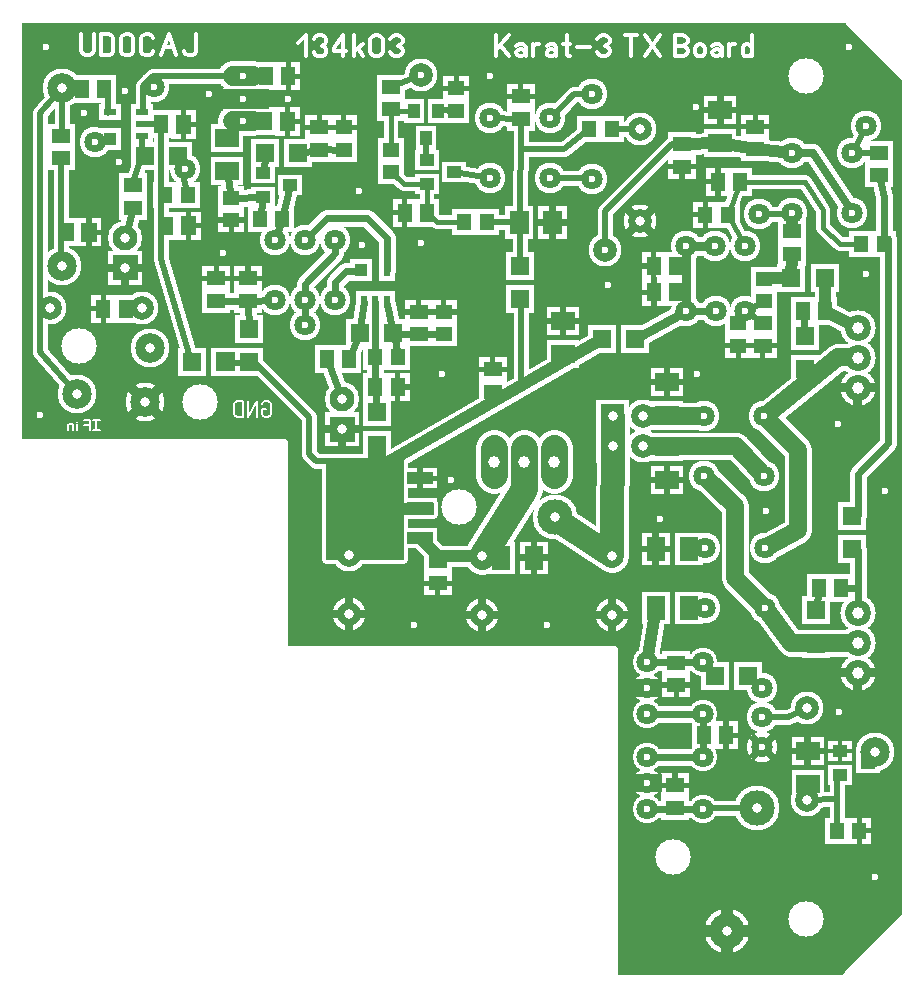
<source format=gbr>
%FSLAX34Y34*%
%MOMM*%
%LNCOPPER_BOTTOM*%
G71*
G01*
%ADD10C, 6.000*%
%ADD11C, 3.000*%
%ADD12C, 3.800*%
%ADD13C, 0.500*%
%ADD14C, 0.600*%
%ADD15C, 3.300*%
%ADD16C, 0.167*%
%ADD17C, 0.159*%
%ADD18C, 1.300*%
%ADD19R, 1.900X1.400*%
%ADD20R, 3.000X4.100*%
%ADD21R, 3.000X1.800*%
%ADD22C, 0.800*%
%ADD23R, 2.400X2.400*%
%ADD24R, 2.100X2.400*%
%ADD25R, 2.400X2.100*%
%ADD26C, 1.400*%
%ADD27R, 2.800X2.400*%
%ADD28C, 1.300*%
%ADD29R, 2.020X1.820*%
%ADD30C, 2.600*%
%ADD31R, 1.400X1.900*%
%ADD32C, 2.900*%
%ADD33C, 2.800*%
%ADD34C, 2.400*%
%ADD35C, 3.000*%
%ADD36C, 2.300*%
%ADD37C, 1.800*%
%ADD38C, 2.800*%
%ADD39C, 2.800*%
%ADD40C, 1.200*%
%ADD41C, 1.600*%
%ADD42C, 1.800*%
%ADD43C, 2.500*%
%ADD44C, 1.500*%
%ADD45R, 1.820X2.020*%
%ADD46C, 1.500*%
%ADD47R, 2.200X2.100*%
%ADD48C, 3.100*%
%ADD49R, 2.100X2.200*%
%ADD50R, 2.400X2.800*%
%ADD51C, 0.318*%
%ADD52C, 0.833*%
%ADD53C, 0.433*%
%ADD54C, 0.700*%
%ADD55C, 1.488*%
%ADD56C, 0.733*%
%ADD57C, 1.700*%
%ADD58C, 0.667*%
%ADD59C, 0.340*%
%ADD60C, 1.000*%
%ADD61C, 0.533*%
%ADD62C, 3.000*%
%ADD63C, 2.500*%
%ADD64R, 1.100X0.600*%
%ADD65R, 2.200X3.300*%
%ADD66R, 2.200X1.000*%
%ADD67C, 0.000*%
%ADD68R, 1.600X1.600*%
%ADD69R, 1.300X1.600*%
%ADD70R, 1.600X1.300*%
%ADD71R, 2.000X1.600*%
%ADD72R, 1.220X1.020*%
%ADD73R, 0.600X1.100*%
%ADD74C, 2.100*%
%ADD75C, 2.000*%
%ADD76C, 2.200*%
%ADD77C, 2.000*%
%ADD78C, 2.000*%
%ADD79C, 0.400*%
%ADD80R, 1.020X1.220*%
%ADD81R, 1.400X1.300*%
%ADD82R, 1.300X1.400*%
%ADD83R, 1.600X2.000*%
%ADD84C, 3.000*%
%LPD*%
G36*
X0Y0D02*
X745000Y0D01*
X745000Y-806000D01*
X0Y-806000D01*
X0Y0D01*
G37*
%LPC*%
X663575Y-44847D02*
G54D10*
D03*
X663575Y-758031D02*
G54D10*
D03*
X550863Y-706041D02*
G54D11*
D03*
X622697Y-664369D02*
G54D12*
D03*
G36*
X-3175Y-354806D02*
X-3969Y-809625D01*
X502444Y-810022D01*
X502444Y-529828D01*
X222250Y-529828D01*
X222250Y-354806D01*
X-3175Y-354806D01*
G37*
G54D13*
X-3175Y-354806D02*
X-3969Y-809625D01*
X502444Y-810022D01*
X502444Y-529828D01*
X222250Y-529828D01*
X222250Y-354806D01*
X-3175Y-354806D01*
G36*
X696119Y-807641D02*
X746125Y-807641D01*
X746125Y-756841D01*
X696119Y-807641D01*
G37*
G54D14*
X696119Y-807641D02*
X746125Y-807641D01*
X746125Y-756841D01*
X696119Y-807641D01*
G36*
X700088Y0D02*
X746125Y-45244D01*
X746125Y0D01*
X700088Y0D01*
G37*
G54D14*
X700088Y0D02*
X746125Y-45244D01*
X746125Y0D01*
X700088Y0D01*
X370000Y-410000D02*
G54D11*
D03*
X450850Y-417909D02*
G54D12*
D03*
X150813Y-321072D02*
G54D11*
D03*
X48419Y-273447D02*
G54D11*
D03*
X104378Y-320674D02*
G54D15*
D03*
G54D16*
X206822Y-326867D02*
X202822Y-326867D01*
X202822Y-331034D01*
X203822Y-332700D01*
X205822Y-333534D01*
X207822Y-333534D01*
X209822Y-332700D01*
X210822Y-331034D01*
X210822Y-322700D01*
X209822Y-321034D01*
X207822Y-320200D01*
X205822Y-320200D01*
X203822Y-321034D01*
X202822Y-322700D01*
G54D16*
X199155Y-333534D02*
X199155Y-320200D01*
X191155Y-333534D01*
X191155Y-320200D01*
G54D16*
X187488Y-333534D02*
X187488Y-320200D01*
X182488Y-320200D01*
X180488Y-321034D01*
X179488Y-322700D01*
X179488Y-331034D01*
X180488Y-332700D01*
X182488Y-333534D01*
X187488Y-333534D01*
X46832Y-313531D02*
G54D15*
D03*
G54D17*
X65700Y-344408D02*
X60367Y-344408D01*
G54D17*
X63033Y-344408D02*
X63033Y-335519D01*
G54D17*
X65700Y-335519D02*
X60367Y-335519D01*
G54D17*
X57256Y-344408D02*
X57256Y-335519D01*
X52589Y-335519D01*
G54D17*
X57256Y-339964D02*
X52589Y-339964D01*
G54D17*
X46234Y-344408D02*
X46234Y-339408D01*
G54D17*
X46234Y-337742D02*
X46234Y-337742D01*
G54D17*
X43123Y-344408D02*
X43123Y-339408D01*
G54D17*
X43123Y-340519D02*
X42456Y-339741D01*
X41123Y-339408D01*
X39790Y-339741D01*
X39123Y-340519D01*
X39123Y-344408D01*
G54D18*
X34131Y-95250D02*
X33925Y-54975D01*
X15081Y-76200D01*
X15081Y-278606D01*
X46832Y-313531D01*
X74673Y-95100D02*
G54D19*
D03*
X101673Y-95100D02*
G54D19*
D03*
X74673Y-85306D02*
G54D19*
D03*
X101673Y-85306D02*
G54D19*
D03*
X74673Y-75512D02*
G54D19*
D03*
X101673Y-75512D02*
G54D19*
D03*
X74673Y-100259D02*
G54D19*
D03*
X280189Y-410844D02*
G54D20*
D03*
X337339Y-410843D02*
G54D21*
D03*
X337339Y-436243D02*
G54D21*
D03*
X337340Y-385443D02*
G54D21*
D03*
G36*
X348055Y-406081D02*
X322655Y-406081D01*
X322655Y-368378D01*
X257171Y-368378D01*
X257171Y-453309D01*
X322655Y-453309D01*
X322655Y-415606D01*
X348055Y-415606D01*
X348055Y-406081D01*
G37*
G54D22*
X348055Y-406081D02*
X322655Y-406081D01*
X322655Y-368378D01*
X257171Y-368378D01*
X257171Y-453309D01*
X322655Y-453309D01*
X322655Y-415606D01*
X348055Y-415606D01*
X348055Y-406081D01*
X131762Y-112712D02*
G54D23*
D03*
X103762Y-112712D02*
G54D23*
D03*
X144244Y-286762D02*
G54D23*
D03*
G36*
X160244Y-274763D02*
X184244Y-274762D01*
X184244Y-298762D01*
X160244Y-298763D01*
X160244Y-274763D01*
G37*
G54D18*
X258762Y-370681D02*
X249238Y-370681D01*
X242888Y-364331D01*
X242888Y-333375D01*
X196850Y-287338D01*
X172244Y-287338D01*
X117873Y-85725D02*
G54D24*
D03*
G36*
X126373Y-73725D02*
X147373Y-73725D01*
X147373Y-97725D01*
X126373Y-97725D01*
X126373Y-73725D01*
G37*
X93662Y-137319D02*
G54D25*
D03*
X93662Y-156319D02*
G54D25*
D03*
G54D26*
X87391Y-181701D02*
X93662Y-156319D01*
X206376Y-44847D02*
G54D24*
D03*
X225376Y-44847D02*
G54D24*
D03*
X206050Y-83135D02*
G54D24*
D03*
G36*
X214550Y-71135D02*
X235550Y-71135D01*
X235551Y-95135D01*
X214551Y-95135D01*
X214550Y-71135D01*
G37*
X173831Y-96838D02*
G54D27*
D03*
X173831Y-124838D02*
G54D27*
D03*
G54D26*
X173831Y-96838D02*
X187325Y-82947D01*
X225425Y-63897D02*
G54D28*
D03*
X227012Y-137319D02*
G54D29*
D03*
X204112Y-127119D02*
G54D29*
D03*
X204112Y-147519D02*
G54D29*
D03*
G54D26*
X173831Y-124838D02*
X177006Y-147638D01*
X204112Y-147519D01*
G54D26*
X204112Y-147519D02*
X201520Y-165975D01*
G54D26*
X213888Y-183737D02*
X220520Y-165975D01*
X227013Y-137319D01*
X239288Y-234537D02*
G54D30*
D03*
X213888Y-234537D02*
G54D30*
D03*
X264688Y-183737D02*
G54D30*
D03*
X239288Y-183737D02*
G54D30*
D03*
X213888Y-183737D02*
G54D30*
D03*
X264688Y-234537D02*
G54D30*
D03*
X192088Y-258762D02*
G54D23*
D03*
X192088Y-286762D02*
G54D23*
D03*
X169837Y-194443D02*
G54D28*
D03*
G54D26*
X213519Y-234156D02*
X191294Y-234950D01*
X192088Y-258762D01*
G54D26*
X206349Y-109562D02*
X204112Y-127119D01*
G54D26*
X251918Y-106894D02*
X272256Y-107156D01*
G54D26*
X265112Y-183737D02*
X265112Y-194838D01*
X239288Y-220662D01*
X239288Y-234113D01*
X239688Y-255562D01*
X239688Y-255562D02*
G54D30*
D03*
G36*
X-3175Y-354806D02*
X-3969Y-809625D01*
X502444Y-810022D01*
X502444Y-529828D01*
X222250Y-529828D01*
X222250Y-354806D01*
X-3175Y-354806D01*
G37*
G54D13*
X-3175Y-354806D02*
X-3969Y-809625D01*
X502444Y-810022D01*
X502444Y-529828D01*
X222250Y-529828D01*
X222250Y-354806D01*
X-3175Y-354806D01*
X289363Y-209032D02*
G54D31*
D03*
X289363Y-236032D02*
G54D31*
D03*
X299157Y-209032D02*
G54D31*
D03*
X299157Y-236032D02*
G54D31*
D03*
X308951Y-209032D02*
G54D31*
D03*
X308951Y-236032D02*
G54D31*
D03*
X284204Y-209032D02*
G54D31*
D03*
G54D26*
X264688Y-234537D02*
X264688Y-219499D01*
X274638Y-209550D01*
X283686Y-209550D01*
X284204Y-209032D01*
G54D26*
X308951Y-209032D02*
X308951Y-181951D01*
X292100Y-165100D01*
X257925Y-165100D01*
X239288Y-183737D01*
X335756Y-263525D02*
G54D25*
D03*
X335756Y-244525D02*
G54D25*
D03*
G54D26*
X357188Y-263525D02*
X334962Y-262731D01*
X314325Y-262731D01*
G54D26*
X298450Y-306388D02*
X299244Y-282575D01*
X299157Y-236032D01*
G54D26*
X315338Y-261938D02*
X318244Y-282575D01*
X277019Y-284162D02*
G54D24*
D03*
X258019Y-284162D02*
G54D24*
D03*
G54D26*
X289363Y-236032D02*
X284956Y-262731D01*
X277019Y-284162D01*
X285750Y-261938D02*
G54D23*
D03*
X313750Y-261938D02*
G54D23*
D03*
G36*
X256566Y-329195D02*
X285566Y-329195D01*
X285566Y-358195D01*
X256566Y-358195D01*
X256566Y-329195D01*
G37*
X271066Y-318295D02*
G54D32*
D03*
G54D33*
X500063Y-332581D02*
X499419Y-451095D01*
X450056Y-419100D01*
G54D26*
X271066Y-318295D02*
X258019Y-284162D01*
G54D26*
X298450Y-306388D02*
X300831Y-329406D01*
G36*
X72891Y-192601D02*
X101891Y-192601D01*
X101891Y-221601D01*
X72891Y-221601D01*
X72891Y-192601D01*
G37*
X87391Y-181701D02*
G54D32*
D03*
G54D26*
X576256Y-621486D02*
X576256Y-584571D01*
X576256Y-540921D02*
G54D34*
D03*
X529431Y-562746D02*
G54D34*
D03*
X529431Y-540921D02*
G54D34*
D03*
X529431Y-584571D02*
G54D34*
D03*
X576256Y-584571D02*
G54D34*
D03*
G54D26*
X576256Y-584571D02*
X529431Y-584571D01*
X577081Y-602802D02*
G54D24*
D03*
X596081Y-602803D02*
G54D24*
D03*
X707400Y-549900D02*
G54D35*
D03*
X707400Y-524500D02*
G54D35*
D03*
X707400Y-499100D02*
G54D35*
D03*
X707400Y-308600D02*
G54D35*
D03*
X707400Y-283200D02*
G54D35*
D03*
X707400Y-257800D02*
G54D35*
D03*
X577426Y-382968D02*
G54D30*
D03*
X628226Y-332168D02*
G54D30*
D03*
X577426Y-332168D02*
G54D30*
D03*
X628226Y-382969D02*
G54D30*
D03*
X577850Y-495300D02*
G54D30*
D03*
X628650Y-444500D02*
G54D30*
D03*
X577850Y-444500D02*
G54D30*
D03*
X628650Y-495300D02*
G54D30*
D03*
G54D36*
X707400Y-524500D02*
X651440Y-524500D01*
X628650Y-495300D01*
G54D36*
X708025Y-282575D02*
X690959Y-282575D01*
X628650Y-332581D01*
G54D26*
X529431Y-540921D02*
X576256Y-540921D01*
G54D36*
X628226Y-382968D02*
X604838Y-357981D01*
X525463Y-357981D01*
G54D36*
X628650Y-495300D02*
X603250Y-469900D01*
X603250Y-408793D01*
X577426Y-382968D01*
G54D36*
X628650Y-444500D02*
X657225Y-429419D01*
X657225Y-361168D01*
X628226Y-332168D01*
G54D26*
X707400Y-416143D02*
X707400Y-381626D01*
X733425Y-355600D01*
X733374Y-182960D01*
G54D37*
X707400Y-257800D02*
X680244Y-243681D01*
G54D26*
X707400Y-446256D02*
X707400Y-499100D01*
X672019Y-497175D02*
G54D23*
D03*
X672019Y-525175D02*
G54D23*
D03*
X693688Y-477837D02*
G54D24*
D03*
X674688Y-477837D02*
G54D24*
D03*
G54D26*
X693688Y-477837D02*
X706438Y-477838D01*
G54D26*
X672019Y-497175D02*
X674688Y-477837D01*
X662781Y-265112D02*
G54D23*
D03*
X662781Y-293112D02*
G54D23*
D03*
X680244Y-243681D02*
G54D24*
D03*
X661244Y-243681D02*
G54D24*
D03*
G54D26*
X662781Y-265112D02*
X661531Y-243394D01*
X652059Y-109913D02*
G54D30*
D03*
X702859Y-160713D02*
G54D30*
D03*
X702859Y-109913D02*
G54D30*
D03*
X652058Y-160713D02*
G54D30*
D03*
G36*
X514063Y-318581D02*
X514063Y-346581D01*
X486063Y-346581D01*
X486063Y-318581D01*
X514063Y-318581D01*
G37*
X525462Y-332581D02*
G54D38*
D03*
G54D36*
X577850Y-332581D02*
X525462Y-332581D01*
G36*
X514063Y-343981D02*
X514063Y-371981D01*
X486063Y-371981D01*
X486063Y-343981D01*
X514063Y-343981D01*
G37*
X525463Y-357981D02*
G54D38*
D03*
X630212Y-412725D02*
G54D28*
D03*
X722288Y-723081D02*
G54D28*
D03*
X540519Y-419869D02*
G54D28*
D03*
X725859Y-128562D02*
G54D25*
D03*
X725859Y-109562D02*
G54D25*
D03*
X651669Y-195262D02*
G54D25*
D03*
X651669Y-176262D02*
G54D25*
D03*
X571475Y-296838D02*
G54D28*
D03*
X496069Y-221828D02*
G54D28*
D03*
X337716Y-44028D02*
G54D39*
D03*
X561975Y-188912D02*
G54D30*
D03*
X586975Y-188912D02*
G54D30*
D03*
X611975Y-188912D02*
G54D30*
D03*
X562372Y-243681D02*
G54D30*
D03*
X587372Y-243681D02*
G54D30*
D03*
X612372Y-243681D02*
G54D30*
D03*
G54D18*
X628650Y-235744D02*
X611981Y-243681D01*
X627062Y-254000D01*
X627062Y-254000D02*
G54D25*
D03*
X627063Y-273000D02*
G54D25*
D03*
G54D26*
X587772Y-243681D02*
X560784Y-243681D01*
X608263Y-134256D02*
G54D24*
D03*
X589263Y-134256D02*
G54D24*
D03*
G54D40*
X611981Y-188912D02*
X597406Y-162212D01*
X608263Y-134256D01*
X731019Y-396056D02*
G54D28*
D03*
G54D41*
X587375Y-188912D02*
X561975Y-188912D01*
X562372Y-243681D01*
X519331Y-267097D01*
X491331Y-267097D02*
G54D23*
D03*
X519331Y-267097D02*
G54D23*
D03*
G54D37*
X305605Y-373737D02*
X491331Y-267097D01*
X554038Y-205581D02*
G54D24*
D03*
X535037Y-205581D02*
G54D24*
D03*
X20000Y-20000D02*
G54D42*
D03*
X355178Y-296838D02*
G54D28*
D03*
G54D40*
X608012Y-134144D02*
X662781Y-134144D01*
X677862Y-157956D01*
X677862Y-173038D01*
X692150Y-187325D01*
X710534Y-187326D01*
X700000Y-20000D02*
G54D28*
D03*
G54D26*
X308951Y-237620D02*
X313750Y-261938D01*
G54D43*
X178825Y-44847D02*
X195825Y-44847D01*
G54D43*
X178825Y-63897D02*
X195825Y-63897D01*
G54D43*
X178825Y-82947D02*
X195825Y-82947D01*
G54D18*
X703262Y-109538D02*
X711200Y-109538D01*
X727472Y-109538D01*
G54D44*
X703262Y-160338D02*
X669925Y-109538D01*
X652462Y-109538D01*
X620988Y-106450D02*
G54D25*
D03*
X620988Y-87450D02*
G54D25*
D03*
X714350Y-87288D02*
G54D30*
D03*
G54D18*
X703262Y-109538D02*
X714375Y-87312D01*
X623862Y-161900D02*
G54D30*
D03*
G54D18*
X623888Y-161925D02*
X652462Y-161925D01*
X342106Y-96838D02*
G54D45*
D03*
X352306Y-73938D02*
G54D45*
D03*
X331906Y-73938D02*
G54D45*
D03*
X422221Y-80667D02*
G54D25*
D03*
X422221Y-61667D02*
G54D25*
D03*
X421988Y-205472D02*
G54D23*
D03*
X421988Y-233472D02*
G54D23*
D03*
G54D18*
X422275Y-233759D02*
X422275Y-307578D01*
G54D18*
X421988Y-205472D02*
X421878Y-168275D01*
X422221Y-80667D01*
X396478Y-80566D01*
X482600Y-131762D02*
G54D30*
D03*
X482600Y-60325D02*
G54D30*
D03*
G54D18*
X482625Y-60350D02*
X467519Y-60325D01*
X447675Y-80169D01*
X447278Y-80566D01*
G54D18*
X447251Y-131350D02*
X482201Y-131363D01*
X482600Y-131762D01*
X396453Y-44822D02*
G54D28*
D03*
X33925Y-54975D02*
G54D15*
D03*
X33925Y-205375D02*
G54D15*
D03*
X33312Y-95275D02*
G54D25*
D03*
X33312Y-114275D02*
G54D25*
D03*
G54D18*
X33338Y-114300D02*
X33338Y-196850D01*
G54D18*
X102394Y-75406D02*
X102394Y-53181D01*
X110728Y-44847D01*
X185738Y-44847D01*
X138112Y-123825D02*
G54D30*
D03*
X61491Y-100384D02*
G54D30*
D03*
X158328Y-60300D02*
G54D46*
D03*
G54D18*
X101600Y-96044D02*
X101600Y-112712D01*
X92472Y-138509D01*
G54D18*
X102394Y-85725D02*
X117475Y-85725D01*
X117475Y-200025D01*
X144244Y-288350D01*
X288106Y-188094D02*
G54D42*
D03*
X626781Y-562494D02*
G54D30*
D03*
X626781Y-587494D02*
G54D30*
D03*
X626781Y-612494D02*
G54D30*
D03*
X665019Y-579978D02*
G54D38*
D03*
X665019Y-657478D02*
G54D38*
D03*
G54D18*
X626666Y-587375D02*
X648494Y-587375D01*
X665162Y-579834D01*
X523334Y-89838D02*
G54D38*
D03*
X523334Y-167338D02*
G54D38*
D03*
G54D37*
X652462Y-109538D02*
X620712Y-106362D01*
X591344Y-101600D01*
X558403Y-102394D01*
X715869Y-626530D02*
G54D29*
D03*
X692969Y-616330D02*
G54D29*
D03*
X692969Y-636730D02*
G54D29*
D03*
G54D18*
X690056Y-683706D02*
X689770Y-657226D01*
X722287Y-616718D02*
G54D15*
D03*
G54D18*
X715869Y-626530D02*
X722312Y-616744D01*
X251593Y-107131D02*
G54D25*
D03*
X251593Y-88131D02*
G54D25*
D03*
X37704Y-177006D02*
G54D24*
D03*
G36*
X46204Y-165006D02*
X67204Y-165006D01*
X67204Y-189006D01*
X46204Y-189006D01*
X46204Y-165006D01*
G37*
G54D37*
X529431Y-540921D02*
X536575Y-495300D01*
X596900Y-768350D02*
G54D12*
D03*
X554038Y-541312D02*
G54D25*
D03*
X554038Y-560312D02*
G54D25*
D03*
G54D18*
X586362Y-552450D02*
X576256Y-540921D01*
X363512Y-386928D02*
G54D28*
D03*
X69825Y-55538D02*
G54D24*
D03*
X50825Y-55538D02*
G54D24*
D03*
G54D18*
X73025Y-76200D02*
X73025Y-57150D01*
X69850Y-53975D01*
X87287Y-57125D02*
G54D28*
D03*
X81731Y-117450D02*
G54D28*
D03*
X52362Y-76175D02*
G54D28*
D03*
X396478Y-80566D02*
G54D30*
D03*
X447278Y-131366D02*
G54D30*
D03*
X447278Y-80566D02*
G54D30*
D03*
X396478Y-131366D02*
G54D30*
D03*
X312738Y-53975D02*
G54D25*
D03*
X312738Y-72975D02*
G54D25*
D03*
G54D18*
X352425Y-73819D02*
X368300Y-74216D01*
G54D40*
X313134Y-74562D02*
X331906Y-73938D01*
X365919Y-126206D02*
G54D29*
D03*
X343019Y-116006D02*
G54D29*
D03*
X343019Y-136406D02*
G54D29*
D03*
G54D40*
X312738Y-72975D02*
X312738Y-107156D01*
G54D18*
X342106Y-96838D02*
X342106Y-115093D01*
X343019Y-116006D01*
G54D18*
X365919Y-126206D02*
X396478Y-131366D01*
G54D40*
X342900Y-136525D02*
X323056Y-136525D01*
X312738Y-126206D01*
X367815Y-74019D02*
G54D47*
D03*
X367815Y-55018D02*
G54D47*
D03*
G54D40*
X343019Y-136406D02*
X342900Y-160338D01*
X351234Y-168672D01*
X374522Y-168672D01*
G54D18*
X312738Y-53975D02*
X337716Y-44028D01*
X342900Y-160338D02*
G54D24*
D03*
X323900Y-160338D02*
G54D24*
D03*
G54D18*
X393522Y-168672D02*
X421036Y-168672D01*
X421060Y-168647D01*
X23812Y-241300D02*
G54D38*
D03*
X101313Y-241300D02*
G54D38*
D03*
X87897Y-241583D02*
G54D24*
D03*
X68897Y-241583D02*
G54D24*
D03*
G54D18*
X16272Y-241300D02*
X16272Y-241300D01*
X191294Y-234950D02*
G54D25*
D03*
X191294Y-215950D02*
G54D25*
D03*
G54D48*
X399256Y-359578D02*
X399256Y-382578D01*
G54D48*
X450056Y-359578D02*
X450056Y-382578D01*
G54D48*
X424656Y-359578D02*
X424656Y-382578D01*
G54D18*
X480180Y-89784D02*
X458788Y-106759D01*
X422275Y-106759D01*
G54D18*
X499180Y-89784D02*
X523334Y-89838D01*
G54D18*
X493712Y-192088D02*
X493712Y-158750D01*
X550069Y-102394D01*
X558006Y-102394D01*
X493712Y-192088D02*
G54D39*
D03*
G54D48*
X424656Y-371078D02*
X424656Y-394492D01*
X389484Y-451095D01*
G54D37*
X389484Y-451095D02*
X352191Y-451095D01*
X337339Y-436243D01*
X576256Y-621486D02*
G54D34*
D03*
X529431Y-643312D02*
G54D34*
D03*
X529431Y-621486D02*
G54D34*
D03*
X529431Y-665136D02*
G54D34*
D03*
X576256Y-665136D02*
G54D34*
D03*
G54D26*
X576256Y-665136D02*
X529431Y-665136D01*
G54D26*
X529431Y-621486D02*
X576256Y-621486D01*
G54D18*
X622697Y-664369D02*
X576627Y-664766D01*
X576256Y-665136D01*
X552846Y-664293D02*
G54D25*
D03*
X552847Y-645293D02*
G54D25*
D03*
X444475Y-509166D02*
G54D28*
D03*
X331762Y-509166D02*
G54D28*
D03*
G54D26*
X233287Y-109562D02*
X251593Y-107131D01*
X570284Y-70619D02*
G54D28*
D03*
X352028Y-455189D02*
G54D25*
D03*
X352028Y-474190D02*
G54D25*
D03*
X691331Y-583381D02*
G54D28*
D03*
X690934Y-338906D02*
G54D28*
D03*
X337990Y-185713D02*
G54D28*
D03*
X285602Y-142056D02*
G54D28*
D03*
G54D26*
X729456Y-185738D02*
X729456Y-146844D01*
X725488Y-128588D01*
X558800Y-102394D02*
G54D25*
D03*
X558800Y-121394D02*
G54D25*
D03*
G54D18*
X140444Y-145256D02*
X131762Y-112712D01*
G54D26*
X191294Y-234950D02*
X163512Y-234950D01*
X111522Y-53578D02*
G54D30*
D03*
X299244Y-307975D02*
G54D24*
D03*
X318244Y-307975D02*
G54D24*
D03*
X714350Y-211906D02*
G54D28*
D03*
X679450Y-215900D02*
G54D23*
D03*
X651450Y-215900D02*
G54D23*
D03*
G54D37*
X629732Y-215394D02*
X651450Y-215900D01*
X651863Y-195236D01*
G54D37*
X651669Y-176262D02*
X652058Y-160713D01*
G54D37*
X679450Y-215106D02*
X680066Y-243681D01*
X702756Y-445006D02*
G54D23*
D03*
X702756Y-417006D02*
G54D23*
D03*
G54D18*
X689794Y-637524D02*
X689770Y-657226D01*
X665019Y-657478D01*
X121444Y-145256D02*
G54D49*
D03*
X140444Y-145256D02*
G54D49*
D03*
X121841Y-171450D02*
G54D24*
D03*
G36*
X130341Y-159450D02*
X151341Y-159450D01*
X151342Y-183450D01*
X130342Y-183450D01*
X130341Y-159450D01*
G37*
X164306Y-234950D02*
G54D25*
D03*
X164306Y-215950D02*
G54D25*
D03*
X177006Y-147638D02*
G54D47*
D03*
X177007Y-166638D02*
G54D47*
D03*
X201520Y-165975D02*
G54D49*
D03*
X220520Y-165975D02*
G54D49*
D03*
X272256Y-107156D02*
G54D47*
D03*
X272256Y-88156D02*
G54D47*
D03*
X299244Y-282575D02*
G54D49*
D03*
X318244Y-282575D02*
G54D49*
D03*
X357188Y-263525D02*
G54D47*
D03*
X357187Y-244525D02*
G54D47*
D03*
X300831Y-329406D02*
G54D23*
D03*
X300831Y-357406D02*
G54D23*
D03*
G54D36*
X300831Y-357406D02*
X300831Y-377031D01*
X398438Y-311919D02*
G54D25*
D03*
X398438Y-292919D02*
G54D25*
D03*
X374522Y-168672D02*
G54D49*
D03*
X393522Y-168672D02*
G54D49*
D03*
X312738Y-107156D02*
G54D47*
D03*
X312738Y-126156D02*
G54D47*
D03*
X480180Y-89784D02*
G54D49*
D03*
X499180Y-89784D02*
G54D49*
D03*
X597406Y-162212D02*
G54D49*
D03*
X578406Y-162213D02*
G54D49*
D03*
X710534Y-187326D02*
G54D49*
D03*
X729534Y-187326D02*
G54D49*
D03*
X628494Y-235531D02*
G54D47*
D03*
X628494Y-216531D02*
G54D47*
D03*
X554121Y-227683D02*
G54D24*
D03*
X535121Y-227683D02*
G54D24*
D03*
X606425Y-254000D02*
G54D47*
D03*
X606426Y-273000D02*
G54D47*
D03*
X233361Y-109537D02*
G54D23*
D03*
X205361Y-109537D02*
G54D23*
D03*
G54D18*
X614362Y-552450D02*
X626781Y-562494D01*
X690056Y-683706D02*
G54D49*
D03*
X709056Y-683706D02*
G54D49*
D03*
X499576Y-501343D02*
G54D38*
D03*
X499576Y-451343D02*
G54D38*
D03*
X389484Y-501095D02*
G54D38*
D03*
X389484Y-451095D02*
G54D38*
D03*
X276532Y-500549D02*
G54D38*
D03*
X276532Y-450549D02*
G54D38*
D03*
X108718Y-274612D02*
G54D15*
D03*
X15056Y-331762D02*
G54D28*
D03*
X614362Y-552450D02*
G54D23*
D03*
X586362Y-552450D02*
G54D23*
D03*
X405606Y-452438D02*
G54D50*
D03*
X433606Y-452438D02*
G54D50*
D03*
X564432Y-445132D02*
G54D50*
D03*
X536432Y-445131D02*
G54D50*
D03*
X536575Y-495300D02*
G54D50*
D03*
X564575Y-495300D02*
G54D50*
D03*
X546285Y-359010D02*
G54D27*
D03*
X546284Y-387009D02*
G54D27*
D03*
X545975Y-331681D02*
G54D27*
D03*
X545976Y-303681D02*
G54D27*
D03*
X457869Y-280087D02*
G54D27*
D03*
X457870Y-252088D02*
G54D27*
D03*
G36*
X409035Y-154672D02*
X433035Y-154672D01*
X433036Y-182672D01*
X409036Y-182672D01*
X409035Y-154672D01*
G37*
G36*
X437035Y-154672D02*
X461035Y-154672D01*
X461035Y-182672D01*
X437035Y-182672D01*
X437035Y-154672D01*
G37*
X591344Y-101600D02*
G54D27*
D03*
X591344Y-73600D02*
G54D27*
D03*
X665134Y-644380D02*
G54D27*
D03*
X665134Y-616381D02*
G54D27*
D03*
G54D51*
X49904Y-9362D02*
X49904Y-23806D01*
X51237Y-26028D01*
X53904Y-27140D01*
X56570Y-27140D01*
X59237Y-26028D01*
X60570Y-23806D01*
X60570Y-9362D01*
G54D51*
X66793Y-27140D02*
X66793Y-9362D01*
X73459Y-9362D01*
X76126Y-10473D01*
X77459Y-12695D01*
X77459Y-23806D01*
X76126Y-26028D01*
X73459Y-27140D01*
X66793Y-27140D01*
G54D51*
X94348Y-12695D02*
X94348Y-23806D01*
X93015Y-26028D01*
X90348Y-27140D01*
X87682Y-27140D01*
X85015Y-26028D01*
X83682Y-23806D01*
X83682Y-12695D01*
X85015Y-10473D01*
X87682Y-9362D01*
X90348Y-9362D01*
X93015Y-10473D01*
X94348Y-12695D01*
G54D51*
X111237Y-23806D02*
X109904Y-26028D01*
X107237Y-27140D01*
X104571Y-27140D01*
X101904Y-26028D01*
X100571Y-23806D01*
X100571Y-12695D01*
X101904Y-10473D01*
X104571Y-9362D01*
X107237Y-9362D01*
X109904Y-10473D01*
X111237Y-12695D01*
G54D51*
X117460Y-27140D02*
X124126Y-9362D01*
X130793Y-27140D01*
G54D51*
X120126Y-20473D02*
X128126Y-20473D01*
G54D51*
X147681Y-9362D02*
X147681Y-23806D01*
X146348Y-26028D01*
X143681Y-27140D01*
X141015Y-27140D01*
X138348Y-26028D01*
X137015Y-23806D01*
G54D51*
X401535Y-27933D02*
X401535Y-10156D01*
G54D51*
X401535Y-22378D02*
X412202Y-10156D01*
G54D51*
X405535Y-19044D02*
X412202Y-27933D01*
G54D51*
X418424Y-19044D02*
X421091Y-17933D01*
X424291Y-17933D01*
X426424Y-20156D01*
X426424Y-27933D01*
G54D51*
X426424Y-24600D02*
X425091Y-22378D01*
X422424Y-21933D01*
X419757Y-22378D01*
X418424Y-24600D01*
X418957Y-26822D01*
X421091Y-27933D01*
X422424Y-27933D01*
X422957Y-27933D01*
X425091Y-26822D01*
X426424Y-24600D01*
G54D51*
X432646Y-27933D02*
X432646Y-17933D01*
G54D51*
X432646Y-20156D02*
X435313Y-17933D01*
X437979Y-17933D01*
G54D51*
X444201Y-19044D02*
X446868Y-17933D01*
X450068Y-17933D01*
X452201Y-20156D01*
X452201Y-27933D01*
G54D51*
X452201Y-24600D02*
X450868Y-22378D01*
X448201Y-21933D01*
X445534Y-22378D01*
X444201Y-24600D01*
X444734Y-26822D01*
X446868Y-27933D01*
X448201Y-27933D01*
X448734Y-27933D01*
X450868Y-26822D01*
X452201Y-24600D01*
G54D51*
X461090Y-10156D02*
X461090Y-26822D01*
X462423Y-27933D01*
X463756Y-27489D01*
G54D51*
X458423Y-17933D02*
X463756Y-17933D01*
G54D51*
X469978Y-20156D02*
X480645Y-20156D01*
G54D51*
X486867Y-13489D02*
X488200Y-11267D01*
X490867Y-10156D01*
X493534Y-10156D01*
X496200Y-11267D01*
X497534Y-13489D01*
X497534Y-15711D01*
X496200Y-17933D01*
X493534Y-19044D01*
X496200Y-20156D01*
X497534Y-22378D01*
X497534Y-24600D01*
X496200Y-26822D01*
X493534Y-27933D01*
X490867Y-27933D01*
X488200Y-26822D01*
X486867Y-24600D01*
G54D51*
X515578Y-27933D02*
X515578Y-10156D01*
G54D51*
X510245Y-10156D02*
X520912Y-10156D01*
G54D51*
X527134Y-10156D02*
X540467Y-27933D01*
G54D51*
X527134Y-27933D02*
X540467Y-10156D01*
G54D51*
X553178Y-27933D02*
X553178Y-10156D01*
X559845Y-10156D01*
X562511Y-11267D01*
X563845Y-13489D01*
X563845Y-15711D01*
X562511Y-17933D01*
X559845Y-19044D01*
X562511Y-20156D01*
X563845Y-22378D01*
X563845Y-24600D01*
X562511Y-26822D01*
X559845Y-27933D01*
X553178Y-27933D01*
G54D51*
X553178Y-19044D02*
X559845Y-19044D01*
G54D51*
X578067Y-25267D02*
X578067Y-20822D01*
X576734Y-18600D01*
X574067Y-17933D01*
X571400Y-18600D01*
X570067Y-20822D01*
X570067Y-25267D01*
X571400Y-27489D01*
X574067Y-27933D01*
X576734Y-27489D01*
X578067Y-25267D01*
G54D51*
X584289Y-19044D02*
X586956Y-17933D01*
X590156Y-17933D01*
X592289Y-20156D01*
X592289Y-27933D01*
G54D51*
X592289Y-24600D02*
X590956Y-22378D01*
X588289Y-21933D01*
X585622Y-22378D01*
X584289Y-24600D01*
X584822Y-26822D01*
X586956Y-27933D01*
X588289Y-27933D01*
X588822Y-27933D01*
X590956Y-26822D01*
X592289Y-24600D01*
G54D51*
X598511Y-27933D02*
X598511Y-17933D01*
G54D51*
X598511Y-20156D02*
X601178Y-17933D01*
X603844Y-17933D01*
G54D51*
X618066Y-27933D02*
X618066Y-10156D01*
G54D51*
X618066Y-20822D02*
X616733Y-18600D01*
X614066Y-17933D01*
X611399Y-18600D01*
X610066Y-20822D01*
X610066Y-25267D01*
X611399Y-27489D01*
X614066Y-27933D01*
X616733Y-27489D01*
X618066Y-25267D01*
G54D51*
X234054Y-16822D02*
X240720Y-10156D01*
X240720Y-27933D01*
G54D51*
X246943Y-13489D02*
X248276Y-11267D01*
X250943Y-10156D01*
X253609Y-10156D01*
X256276Y-11267D01*
X257609Y-13489D01*
X257609Y-15711D01*
X256276Y-17933D01*
X253609Y-19044D01*
X256276Y-20156D01*
X257609Y-22378D01*
X257609Y-24600D01*
X256276Y-26822D01*
X253609Y-27933D01*
X250943Y-27933D01*
X248276Y-26822D01*
X246943Y-24600D01*
G54D51*
X271832Y-27933D02*
X271832Y-10156D01*
X263832Y-21267D01*
X263832Y-23489D01*
X274498Y-23489D01*
G54D51*
X280721Y-27933D02*
X280721Y-10156D01*
G54D51*
X284721Y-21267D02*
X288721Y-27933D01*
G54D51*
X280721Y-23489D02*
X288721Y-17933D01*
G54D51*
X305609Y-13489D02*
X305609Y-24600D01*
X304276Y-26822D01*
X301609Y-27933D01*
X298943Y-27933D01*
X296276Y-26822D01*
X294943Y-24600D01*
X294943Y-13489D01*
X296276Y-11267D01*
X298943Y-10156D01*
X301609Y-10156D01*
X304276Y-11267D01*
X305609Y-13489D01*
G54D51*
X311832Y-13489D02*
X313165Y-11267D01*
X315832Y-10156D01*
X318498Y-10156D01*
X321165Y-11267D01*
X322498Y-13489D01*
X322498Y-15711D01*
X321165Y-17933D01*
X318498Y-19044D01*
X321165Y-20156D01*
X322498Y-22378D01*
X322498Y-24600D01*
X321165Y-26822D01*
X318498Y-27933D01*
X315832Y-27933D01*
X313165Y-26822D01*
X311832Y-24600D01*
%LPD*%
G54D52*
G36*
X101432Y-317728D02*
X113452Y-305707D01*
X119345Y-311600D01*
X107324Y-323620D01*
X101432Y-317728D01*
G37*
G36*
X107324Y-317728D02*
X119345Y-329749D01*
X113452Y-335641D01*
X101432Y-323620D01*
X107324Y-317728D01*
G37*
G36*
X107324Y-323620D02*
X95303Y-335641D01*
X89411Y-329749D01*
X101432Y-317728D01*
X107324Y-323620D01*
G37*
G36*
X101432Y-323620D02*
X89411Y-311600D01*
X95303Y-305707D01*
X107324Y-317728D01*
X101432Y-323620D01*
G37*
G54D14*
G36*
X74673Y-88306D02*
X64673Y-88306D01*
X64673Y-82306D01*
X74673Y-82306D01*
X74673Y-88306D01*
G37*
G36*
X74673Y-82306D02*
X84673Y-82306D01*
X84673Y-88306D01*
X74673Y-88306D01*
X74673Y-82306D01*
G37*
G54D13*
G36*
X337340Y-382943D02*
X352839Y-382943D01*
X352840Y-387943D01*
X337340Y-387943D01*
X337340Y-382943D01*
G37*
G36*
X339840Y-385443D02*
X339840Y-394943D01*
X334840Y-394943D01*
X334840Y-385443D01*
X339840Y-385443D01*
G37*
G36*
X334840Y-385443D02*
X334839Y-375943D01*
X339839Y-375943D01*
X339840Y-385443D01*
X334840Y-385443D01*
G37*
G54D53*
G36*
X134706Y-85725D02*
X134706Y-73225D01*
X139039Y-73225D01*
X139039Y-85725D01*
X134706Y-85725D01*
G37*
G36*
X136873Y-83559D02*
X147873Y-83558D01*
X147873Y-87892D01*
X136873Y-87892D01*
X136873Y-83559D01*
G37*
G36*
X139039Y-85725D02*
X139039Y-98225D01*
X134706Y-98225D01*
X134706Y-85725D01*
X139039Y-85725D01*
G37*
G54D53*
G36*
X223210Y-44847D02*
X223210Y-32347D01*
X227543Y-32347D01*
X227543Y-44847D01*
X223210Y-44847D01*
G37*
G36*
X225376Y-42680D02*
X236376Y-42680D01*
X236376Y-47013D01*
X225376Y-47013D01*
X225376Y-42680D01*
G37*
G36*
X227543Y-44847D02*
X227543Y-57347D01*
X223210Y-57347D01*
X223210Y-44847D01*
X227543Y-44847D01*
G37*
G54D53*
G36*
X222884Y-83135D02*
X222884Y-70635D01*
X227217Y-70635D01*
X227217Y-83135D01*
X222884Y-83135D01*
G37*
G36*
X225050Y-80968D02*
X236050Y-80968D01*
X236050Y-85301D01*
X225050Y-85302D01*
X225050Y-80968D01*
G37*
G36*
X227217Y-83135D02*
X227217Y-95635D01*
X222884Y-95635D01*
X222884Y-83135D01*
X227217Y-83135D01*
G37*
G54D14*
G36*
X296157Y-209032D02*
X296157Y-199032D01*
X302157Y-199032D01*
X302157Y-209032D01*
X296157Y-209032D01*
G37*
G36*
X302157Y-209032D02*
X302157Y-219032D01*
X296157Y-219032D01*
X296157Y-209032D01*
X302157Y-209032D01*
G37*
G54D53*
G36*
X335756Y-246691D02*
X323256Y-246691D01*
X323256Y-242358D01*
X335756Y-242358D01*
X335756Y-246691D01*
G37*
G36*
X333589Y-244525D02*
X333589Y-233525D01*
X337922Y-233525D01*
X337922Y-244525D01*
X333589Y-244525D01*
G37*
G36*
X335756Y-242358D02*
X348256Y-242358D01*
X348256Y-246691D01*
X335756Y-246691D01*
X335756Y-242358D01*
G37*
G54D54*
G36*
X271066Y-340195D02*
X286066Y-340195D01*
X286066Y-347195D01*
X271066Y-347195D01*
X271066Y-340195D01*
G37*
G36*
X274566Y-343695D02*
X274566Y-358695D01*
X267566Y-358695D01*
X267566Y-343695D01*
X274566Y-343695D01*
G37*
G36*
X271066Y-347195D02*
X256066Y-347195D01*
X256066Y-340195D01*
X271066Y-340195D01*
X271066Y-347195D01*
G37*
G54D54*
G36*
X87391Y-203601D02*
X102391Y-203601D01*
X102391Y-210601D01*
X87391Y-210601D01*
X87391Y-203601D01*
G37*
G36*
X90891Y-207101D02*
X90891Y-222101D01*
X83891Y-222101D01*
X83891Y-207101D01*
X90891Y-207101D01*
G37*
G36*
X87391Y-210601D02*
X72391Y-210601D01*
X72391Y-203601D01*
X87391Y-203601D01*
X87391Y-210601D01*
G37*
G54D55*
G36*
X529431Y-555306D02*
X541931Y-555306D01*
X541931Y-570186D01*
X529431Y-570186D01*
X529431Y-555306D01*
G37*
G36*
X529431Y-570186D02*
X516931Y-570186D01*
X516931Y-555306D01*
X529431Y-555306D01*
X529431Y-570186D01*
G37*
G54D53*
G36*
X593915Y-602803D02*
X593915Y-590303D01*
X598248Y-590303D01*
X598248Y-602803D01*
X593915Y-602803D01*
G37*
G36*
X596081Y-600636D02*
X607081Y-600636D01*
X607081Y-604969D01*
X596081Y-604969D01*
X596081Y-600636D01*
G37*
G36*
X598248Y-602803D02*
X598248Y-615303D01*
X593914Y-615303D01*
X593915Y-602803D01*
X598248Y-602803D01*
G37*
G54D56*
G36*
X707400Y-553567D02*
X691900Y-553567D01*
X691900Y-546234D01*
X707400Y-546234D01*
X707400Y-553567D01*
G37*
G36*
X707400Y-546234D02*
X722900Y-546234D01*
X722900Y-553567D01*
X707400Y-553567D01*
X707400Y-546234D01*
G37*
G36*
X711066Y-549900D02*
X711066Y-565400D01*
X703733Y-565400D01*
X703733Y-549900D01*
X711066Y-549900D01*
G37*
G54D56*
G36*
X707400Y-312267D02*
X691900Y-312267D01*
X691900Y-304934D01*
X707400Y-304934D01*
X707400Y-312267D01*
G37*
G36*
X707400Y-304934D02*
X722900Y-304934D01*
X722900Y-312267D01*
X707400Y-312267D01*
X707400Y-304934D01*
G37*
G36*
X711066Y-308600D02*
X711066Y-324100D01*
X703733Y-324100D01*
X703733Y-308600D01*
X711066Y-308600D01*
G37*
G54D53*
G36*
X627063Y-270834D02*
X639563Y-270834D01*
X639563Y-275166D01*
X627063Y-275166D01*
X627063Y-270834D01*
G37*
G36*
X629229Y-273000D02*
X629229Y-284000D01*
X624896Y-284000D01*
X624896Y-273000D01*
X629229Y-273000D01*
G37*
G36*
X627063Y-275166D02*
X614563Y-275166D01*
X614563Y-270834D01*
X627063Y-270834D01*
X627063Y-275166D01*
G37*
G54D53*
G36*
X591430Y-134256D02*
X591430Y-146756D01*
X587097Y-146756D01*
X587097Y-134256D01*
X591430Y-134256D01*
G37*
G36*
X589263Y-136423D02*
X578263Y-136423D01*
X578263Y-132090D01*
X589263Y-132090D01*
X589263Y-136423D01*
G37*
G36*
X587097Y-134256D02*
X587096Y-121756D01*
X591429Y-121756D01*
X591430Y-134256D01*
X587097Y-134256D01*
G37*
G54D53*
G36*
X537204Y-205581D02*
X537204Y-218081D01*
X532871Y-218081D01*
X532871Y-205581D01*
X537204Y-205581D01*
G37*
G36*
X535037Y-207748D02*
X524037Y-207748D01*
X524037Y-203415D01*
X535037Y-203415D01*
X535037Y-207748D01*
G37*
G36*
X532871Y-205581D02*
X532871Y-193081D01*
X537204Y-193081D01*
X537204Y-205581D01*
X532871Y-205581D01*
G37*
G54D57*
G36*
X187325Y-72397D02*
X165825Y-72397D01*
X165825Y-55397D01*
X187325Y-55397D01*
X187325Y-72397D01*
G37*
G36*
X187325Y-55397D02*
X208825Y-55397D01*
X208825Y-72397D01*
X187325Y-72397D01*
X187325Y-55397D01*
G37*
G54D53*
G36*
X620988Y-89616D02*
X608488Y-89617D01*
X608488Y-85284D01*
X620988Y-85284D01*
X620988Y-89616D01*
G37*
G36*
X618822Y-87450D02*
X618821Y-76450D01*
X623154Y-76450D01*
X623155Y-87450D01*
X618822Y-87450D01*
G37*
G36*
X620988Y-85284D02*
X633488Y-85283D01*
X633488Y-89616D01*
X620988Y-89616D01*
X620988Y-85284D01*
G37*
G54D53*
G36*
X422221Y-63833D02*
X409721Y-63834D01*
X409721Y-59501D01*
X422221Y-59500D01*
X422221Y-63833D01*
G37*
G36*
X420054Y-61667D02*
X420054Y-50667D01*
X424387Y-50667D01*
X424387Y-61667D01*
X420054Y-61667D01*
G37*
G36*
X422221Y-59500D02*
X434721Y-59500D01*
X434721Y-63833D01*
X422221Y-63833D01*
X422221Y-59500D01*
G37*
G54D14*
G36*
X624660Y-614615D02*
X615114Y-605069D01*
X619356Y-600826D01*
X628902Y-610372D01*
X624660Y-614615D01*
G37*
G36*
X624660Y-610372D02*
X634206Y-600826D01*
X638448Y-605069D01*
X628902Y-614615D01*
X624660Y-610372D01*
G37*
G36*
X628902Y-610372D02*
X638448Y-619918D01*
X634206Y-624161D01*
X624660Y-614615D01*
X628902Y-610372D01*
G37*
G36*
X628902Y-614615D02*
X619356Y-624161D01*
X615114Y-619918D01*
X624660Y-610372D01*
X628902Y-614615D01*
G37*
G54D58*
G36*
X525691Y-164981D02*
X535944Y-175234D01*
X531230Y-179948D01*
X520977Y-169695D01*
X525691Y-164981D01*
G37*
G36*
X525691Y-169695D02*
X515438Y-179948D01*
X510724Y-175234D01*
X520977Y-164981D01*
X525691Y-169695D01*
G37*
G36*
X520977Y-169695D02*
X510724Y-159442D01*
X515438Y-154728D01*
X525691Y-164981D01*
X520977Y-169695D01*
G37*
G36*
X520977Y-164981D02*
X531230Y-154728D01*
X535944Y-159442D01*
X525691Y-169695D01*
X520977Y-164981D01*
G37*
G54D59*
G36*
X692969Y-614630D02*
X703569Y-614630D01*
X703569Y-618030D01*
X692969Y-618030D01*
X692969Y-614630D01*
G37*
G36*
X694669Y-616330D02*
X694670Y-625930D01*
X691270Y-625930D01*
X691269Y-616330D01*
X694669Y-616330D01*
G37*
G36*
X692969Y-618030D02*
X682369Y-618031D01*
X682369Y-614631D01*
X692969Y-614630D01*
X692969Y-618030D01*
G37*
G36*
X691269Y-616330D02*
X691269Y-606730D01*
X694669Y-606730D01*
X694669Y-616330D01*
X691269Y-616330D01*
G37*
G54D53*
G36*
X251593Y-90298D02*
X239093Y-90298D01*
X239093Y-85965D01*
X251593Y-85965D01*
X251593Y-90298D01*
G37*
G36*
X249427Y-88131D02*
X249426Y-77131D01*
X253759Y-77131D01*
X253760Y-88131D01*
X249427Y-88131D01*
G37*
G36*
X251593Y-85965D02*
X264093Y-85965D01*
X264093Y-90298D01*
X251593Y-90298D01*
X251593Y-85965D01*
G37*
G54D53*
G36*
X54537Y-177006D02*
X54537Y-164506D01*
X58870Y-164506D01*
X58870Y-177006D01*
X54537Y-177006D01*
G37*
G36*
X56704Y-174840D02*
X67704Y-174840D01*
X67704Y-179173D01*
X56704Y-179173D01*
X56704Y-174840D01*
G37*
G36*
X58870Y-177006D02*
X58871Y-189506D01*
X54538Y-189506D01*
X54537Y-177006D01*
X58870Y-177006D01*
G37*
G54D60*
G36*
X591900Y-768350D02*
X591900Y-748850D01*
X601900Y-748850D01*
X601900Y-768350D01*
X591900Y-768350D01*
G37*
G36*
X596900Y-763350D02*
X616400Y-763350D01*
X616400Y-773350D01*
X596900Y-773350D01*
X596900Y-763350D01*
G37*
G36*
X601900Y-768350D02*
X601900Y-787850D01*
X591900Y-787850D01*
X591900Y-768350D01*
X601900Y-768350D01*
G37*
G36*
X596900Y-773350D02*
X577400Y-773350D01*
X577400Y-763350D01*
X596900Y-763350D01*
X596900Y-773350D01*
G37*
G54D53*
G36*
X554038Y-558145D02*
X566538Y-558145D01*
X566537Y-562478D01*
X554037Y-562478D01*
X554038Y-558145D01*
G37*
G36*
X556204Y-560312D02*
X556204Y-571312D01*
X551871Y-571312D01*
X551871Y-560312D01*
X556204Y-560312D01*
G37*
G36*
X554037Y-562478D02*
X541537Y-562478D01*
X541538Y-558145D01*
X554038Y-558145D01*
X554037Y-562478D01*
G37*
G54D53*
G36*
X367815Y-57185D02*
X356315Y-57185D01*
X356315Y-52852D01*
X367815Y-52852D01*
X367815Y-57185D01*
G37*
G36*
X365649Y-55018D02*
X365649Y-44018D01*
X369982Y-44018D01*
X369982Y-55018D01*
X365649Y-55018D01*
G37*
G36*
X367815Y-52852D02*
X379315Y-52852D01*
X379315Y-57185D01*
X367815Y-57185D01*
X367815Y-52852D01*
G37*
G54D53*
G36*
X326066Y-160337D02*
X326067Y-172837D01*
X321734Y-172838D01*
X321733Y-160338D01*
X326066Y-160337D01*
G37*
G36*
X323900Y-162504D02*
X312900Y-162504D01*
X312900Y-158171D01*
X323900Y-158171D01*
X323900Y-162504D01*
G37*
G36*
X321733Y-160338D02*
X321733Y-147838D01*
X326066Y-147837D01*
X326066Y-160337D01*
X321733Y-160338D01*
G37*
G54D53*
G36*
X71064Y-241583D02*
X71064Y-254083D01*
X66731Y-254083D01*
X66731Y-241583D01*
X71064Y-241583D01*
G37*
G36*
X68897Y-243750D02*
X57897Y-243750D01*
X57897Y-239417D01*
X68897Y-239417D01*
X68897Y-243750D01*
G37*
G36*
X66731Y-241583D02*
X66731Y-229083D01*
X71064Y-229083D01*
X71064Y-241583D01*
X66731Y-241583D01*
G37*
G54D53*
G36*
X191294Y-218116D02*
X178794Y-218116D01*
X178794Y-213784D01*
X191294Y-213784D01*
X191294Y-218116D01*
G37*
G36*
X189127Y-215950D02*
X189127Y-204950D01*
X193460Y-204950D01*
X193460Y-215950D01*
X189127Y-215950D01*
G37*
G36*
X191294Y-213784D02*
X203794Y-213784D01*
X203794Y-218116D01*
X191294Y-218116D01*
X191294Y-213784D01*
G37*
G54D55*
G36*
X529431Y-635872D02*
X541931Y-635872D01*
X541931Y-650752D01*
X529431Y-650752D01*
X529431Y-635872D01*
G37*
G36*
X529431Y-650752D02*
X516931Y-650752D01*
X516931Y-635872D01*
X529431Y-635872D01*
X529431Y-650752D01*
G37*
G54D53*
G36*
X552847Y-647459D02*
X540347Y-647459D01*
X540347Y-643126D01*
X552847Y-643126D01*
X552847Y-647459D01*
G37*
G36*
X550680Y-645293D02*
X550680Y-634293D01*
X555013Y-634293D01*
X555013Y-645293D01*
X550680Y-645293D01*
G37*
G36*
X552847Y-643126D02*
X565347Y-643127D01*
X565347Y-647460D01*
X552847Y-647459D01*
X552847Y-643126D01*
G37*
G54D53*
G36*
X352028Y-472023D02*
X364528Y-472023D01*
X364528Y-476356D01*
X352028Y-476356D01*
X352028Y-472023D01*
G37*
G36*
X354195Y-474190D02*
X354194Y-485190D01*
X349861Y-485190D01*
X349862Y-474190D01*
X354195Y-474190D01*
G37*
G36*
X352028Y-476356D02*
X339528Y-476356D01*
X339528Y-472023D01*
X352028Y-472023D01*
X352028Y-476356D01*
G37*
G54D53*
G36*
X558800Y-119227D02*
X571300Y-119227D01*
X571300Y-123560D01*
X558800Y-123560D01*
X558800Y-119227D01*
G37*
G36*
X560966Y-121394D02*
X560967Y-132394D01*
X556634Y-132394D01*
X556634Y-121394D01*
X560966Y-121394D01*
G37*
G36*
X558800Y-123560D02*
X546300Y-123561D01*
X546300Y-119228D01*
X558800Y-119227D01*
X558800Y-123560D01*
G37*
G54D53*
G36*
X316077Y-307975D02*
X316077Y-295475D01*
X320410Y-295475D01*
X320410Y-307975D01*
X316077Y-307975D01*
G37*
G36*
X318244Y-305808D02*
X329244Y-305808D01*
X329244Y-310142D01*
X318244Y-310142D01*
X318244Y-305808D01*
G37*
G36*
X320410Y-307975D02*
X320410Y-320475D01*
X316077Y-320475D01*
X316077Y-307975D01*
X320410Y-307975D01*
G37*
G54D53*
G36*
X138675Y-171450D02*
X138675Y-158950D01*
X143008Y-158950D01*
X143008Y-171450D01*
X138675Y-171450D01*
G37*
G36*
X140841Y-169284D02*
X151841Y-169284D01*
X151841Y-173616D01*
X140841Y-173617D01*
X140841Y-169284D01*
G37*
G36*
X143008Y-171450D02*
X143008Y-183950D01*
X138675Y-183950D01*
X138675Y-171450D01*
X143008Y-171450D01*
G37*
G54D53*
G36*
X164306Y-218116D02*
X151806Y-218117D01*
X151806Y-213784D01*
X164306Y-213783D01*
X164306Y-218116D01*
G37*
G36*
X162140Y-215950D02*
X162140Y-204950D01*
X166473Y-204950D01*
X166473Y-215950D01*
X162140Y-215950D01*
G37*
G36*
X164306Y-213783D02*
X176806Y-213783D01*
X176806Y-218116D01*
X164306Y-218116D01*
X164306Y-213783D01*
G37*
G54D53*
G36*
X177007Y-164471D02*
X188507Y-164471D01*
X188507Y-168804D01*
X177007Y-168804D01*
X177007Y-164471D01*
G37*
G36*
X179173Y-166638D02*
X179173Y-177638D01*
X174840Y-177638D01*
X174840Y-166638D01*
X179173Y-166638D01*
G37*
G36*
X177007Y-168804D02*
X165507Y-168804D01*
X165507Y-164471D01*
X177007Y-164471D01*
X177007Y-168804D01*
G37*
G54D53*
G36*
X272256Y-90322D02*
X260756Y-90323D01*
X260756Y-85990D01*
X272256Y-85990D01*
X272256Y-90322D01*
G37*
G36*
X270089Y-88156D02*
X270089Y-77156D01*
X274422Y-77156D01*
X274422Y-88156D01*
X270089Y-88156D01*
G37*
G36*
X272256Y-85990D02*
X283756Y-85989D01*
X283756Y-90322D01*
X272256Y-90322D01*
X272256Y-85990D01*
G37*
G54D53*
G36*
X357187Y-246691D02*
X345687Y-246691D01*
X345687Y-242358D01*
X357187Y-242358D01*
X357187Y-246691D01*
G37*
G36*
X355020Y-244525D02*
X355020Y-233525D01*
X359353Y-233525D01*
X359354Y-244525D01*
X355020Y-244525D01*
G37*
G36*
X357187Y-242358D02*
X368687Y-242358D01*
X368687Y-246691D01*
X357187Y-246691D01*
X357187Y-242358D01*
G37*
G54D53*
G36*
X398438Y-295086D02*
X385938Y-295086D01*
X385938Y-290752D01*
X398438Y-290752D01*
X398438Y-295086D01*
G37*
G36*
X396271Y-292919D02*
X396271Y-281919D01*
X400604Y-281919D01*
X400604Y-292919D01*
X396271Y-292919D01*
G37*
G36*
X398438Y-290752D02*
X410938Y-290752D01*
X410938Y-295086D01*
X398438Y-295086D01*
X398438Y-290752D01*
G37*
G54D53*
G36*
X580572Y-162213D02*
X580572Y-173713D01*
X576239Y-173713D01*
X576239Y-162213D01*
X580572Y-162213D01*
G37*
G36*
X578406Y-164380D02*
X567406Y-164380D01*
X567406Y-160046D01*
X578406Y-160046D01*
X578406Y-164380D01*
G37*
G36*
X576239Y-162213D02*
X576239Y-150713D01*
X580572Y-150713D01*
X580572Y-162213D01*
X576239Y-162213D01*
G37*
G54D53*
G36*
X537287Y-227683D02*
X537287Y-240183D01*
X532954Y-240183D01*
X532954Y-227683D01*
X537287Y-227683D01*
G37*
G36*
X535121Y-229849D02*
X524121Y-229850D01*
X524121Y-225516D01*
X535121Y-225516D01*
X535121Y-229849D01*
G37*
G36*
X532954Y-227683D02*
X532954Y-215183D01*
X537287Y-215183D01*
X537287Y-227683D01*
X532954Y-227683D01*
G37*
G54D53*
G36*
X606426Y-270834D02*
X617926Y-270834D01*
X617926Y-275167D01*
X606426Y-275167D01*
X606426Y-270834D01*
G37*
G36*
X608592Y-273000D02*
X608592Y-284000D01*
X604259Y-284000D01*
X604259Y-273000D01*
X608592Y-273000D01*
G37*
G36*
X606426Y-275167D02*
X594926Y-275167D01*
X594926Y-270834D01*
X606426Y-270834D01*
X606426Y-275167D01*
G37*
G54D53*
G36*
X706890Y-683706D02*
X706890Y-672206D01*
X711223Y-672206D01*
X711223Y-683706D01*
X706890Y-683706D01*
G37*
G36*
X709057Y-681540D02*
X720057Y-681540D01*
X720056Y-685873D01*
X709056Y-685872D01*
X709057Y-681540D01*
G37*
G36*
X711223Y-683706D02*
X711223Y-695206D01*
X706890Y-695206D01*
X706890Y-683706D01*
X711223Y-683706D01*
G37*
G54D58*
G36*
X499576Y-498010D02*
X514076Y-498010D01*
X514076Y-504676D01*
X499576Y-504676D01*
X499576Y-498010D01*
G37*
G36*
X502909Y-501343D02*
X502909Y-515843D01*
X496243Y-515843D01*
X496243Y-501343D01*
X502909Y-501343D01*
G37*
G36*
X499576Y-504676D02*
X485076Y-504676D01*
X485076Y-498010D01*
X499576Y-498010D01*
X499576Y-504676D01*
G37*
G36*
X496243Y-501343D02*
X496243Y-486843D01*
X502909Y-486843D01*
X502909Y-501343D01*
X496243Y-501343D01*
G37*
G54D58*
G36*
X389484Y-497762D02*
X403984Y-497762D01*
X403984Y-504428D01*
X389484Y-504428D01*
X389484Y-497762D01*
G37*
G36*
X392818Y-501095D02*
X392818Y-515595D01*
X386151Y-515595D01*
X386151Y-501095D01*
X392818Y-501095D01*
G37*
G36*
X389484Y-504428D02*
X374984Y-504428D01*
X374984Y-497762D01*
X389484Y-497762D01*
X389484Y-504428D01*
G37*
G36*
X386151Y-501095D02*
X386151Y-486595D01*
X392818Y-486595D01*
X392818Y-501095D01*
X386151Y-501095D01*
G37*
G54D58*
G36*
X276532Y-497216D02*
X291032Y-497216D01*
X291032Y-503883D01*
X276532Y-503883D01*
X276532Y-497216D01*
G37*
G36*
X279866Y-500549D02*
X279866Y-515049D01*
X273199Y-515049D01*
X273199Y-500549D01*
X279866Y-500549D01*
G37*
G36*
X276532Y-503883D02*
X262032Y-503883D01*
X262032Y-497216D01*
X276532Y-497216D01*
X276532Y-503883D01*
G37*
G36*
X273199Y-500549D02*
X273199Y-486049D01*
X279866Y-486049D01*
X279866Y-500549D01*
X273199Y-500549D01*
G37*
G54D61*
G36*
X430940Y-452438D02*
X430940Y-437938D01*
X436272Y-437938D01*
X436272Y-452438D01*
X430940Y-452438D01*
G37*
G36*
X433606Y-449772D02*
X446106Y-449772D01*
X446106Y-455104D01*
X433606Y-455104D01*
X433606Y-449772D01*
G37*
G36*
X436272Y-452438D02*
X436272Y-466938D01*
X430940Y-466938D01*
X430940Y-452438D01*
X436272Y-452438D01*
G37*
G36*
X433606Y-455104D02*
X421106Y-455104D01*
X421106Y-449772D01*
X433606Y-449772D01*
X433606Y-455104D01*
G37*
G54D61*
G36*
X539099Y-445131D02*
X539099Y-459631D01*
X533766Y-459631D01*
X533766Y-445131D01*
X539099Y-445131D01*
G37*
G36*
X536432Y-447798D02*
X523932Y-447798D01*
X523932Y-442465D01*
X536432Y-442465D01*
X536432Y-447798D01*
G37*
G36*
X533766Y-445131D02*
X533766Y-430631D01*
X539099Y-430631D01*
X539099Y-445131D01*
X533766Y-445131D01*
G37*
G36*
X536432Y-442465D02*
X548932Y-442465D01*
X548932Y-447798D01*
X536432Y-447798D01*
X536432Y-442465D01*
G37*
G54D61*
G36*
X546284Y-384343D02*
X560784Y-384343D01*
X560784Y-389676D01*
X546284Y-389676D01*
X546284Y-384343D01*
G37*
G36*
X548951Y-387009D02*
X548951Y-399509D01*
X543618Y-399509D01*
X543618Y-387009D01*
X548951Y-387009D01*
G37*
G36*
X546284Y-389676D02*
X531784Y-389676D01*
X531784Y-384343D01*
X546284Y-384343D01*
X546284Y-389676D01*
G37*
G36*
X543618Y-387009D02*
X543618Y-374509D01*
X548951Y-374509D01*
X548951Y-387009D01*
X543618Y-387009D01*
G37*
G54D61*
G36*
X545976Y-306348D02*
X531476Y-306348D01*
X531476Y-301015D01*
X545976Y-301015D01*
X545976Y-306348D01*
G37*
G36*
X543309Y-303681D02*
X543309Y-291181D01*
X548642Y-291181D01*
X548642Y-303681D01*
X543309Y-303681D01*
G37*
G36*
X545976Y-301015D02*
X560476Y-301015D01*
X560476Y-306348D01*
X545976Y-306348D01*
X545976Y-301015D01*
G37*
G36*
X548642Y-303681D02*
X548642Y-316181D01*
X543310Y-316181D01*
X543309Y-303681D01*
X548642Y-303681D01*
G37*
G54D61*
G36*
X457870Y-254754D02*
X443370Y-254754D01*
X443370Y-249421D01*
X457870Y-249421D01*
X457870Y-254754D01*
G37*
G36*
X455203Y-252088D02*
X455203Y-239588D01*
X460536Y-239588D01*
X460536Y-252088D01*
X455203Y-252088D01*
G37*
G36*
X457870Y-249421D02*
X472370Y-249421D01*
X472370Y-254754D01*
X457870Y-254754D01*
X457870Y-249421D01*
G37*
G36*
X460536Y-252088D02*
X460536Y-264588D01*
X455203Y-264588D01*
X455203Y-252088D01*
X460536Y-252088D01*
G37*
G54D61*
G36*
X446369Y-168672D02*
X446369Y-154172D01*
X451702Y-154172D01*
X451702Y-168672D01*
X446369Y-168672D01*
G37*
G36*
X449035Y-166006D02*
X461535Y-166006D01*
X461535Y-171339D01*
X449035Y-171339D01*
X449035Y-166006D01*
G37*
G36*
X451702Y-168672D02*
X451702Y-183172D01*
X446369Y-183172D01*
X446369Y-168672D01*
X451702Y-168672D01*
G37*
G36*
X449035Y-171339D02*
X436535Y-171339D01*
X436535Y-166006D01*
X449035Y-166006D01*
X449035Y-171339D01*
G37*
G54D61*
G36*
X591344Y-76267D02*
X576844Y-76267D01*
X576844Y-70934D01*
X591344Y-70934D01*
X591344Y-76267D01*
G37*
G36*
X588678Y-73600D02*
X588678Y-61100D01*
X594011Y-61100D01*
X594011Y-73600D01*
X588678Y-73600D01*
G37*
G36*
X591344Y-70934D02*
X605844Y-70934D01*
X605844Y-76267D01*
X591344Y-76267D01*
X591344Y-70934D01*
G37*
G36*
X594011Y-73600D02*
X594011Y-86100D01*
X588678Y-86100D01*
X588678Y-73600D01*
X594011Y-73600D01*
G37*
G54D61*
G36*
X665134Y-619047D02*
X650634Y-619047D01*
X650634Y-613714D01*
X665134Y-613714D01*
X665134Y-619047D01*
G37*
G36*
X662468Y-616381D02*
X662467Y-603881D01*
X667800Y-603881D01*
X667800Y-616381D01*
X662468Y-616381D01*
G37*
G36*
X665134Y-613714D02*
X679634Y-613714D01*
X679634Y-619047D01*
X665134Y-619047D01*
X665134Y-613714D01*
G37*
G36*
X667800Y-616381D02*
X667801Y-628881D01*
X662468Y-628881D01*
X662468Y-616381D01*
X667800Y-616381D01*
G37*
X663575Y-44847D02*
G54D10*
D03*
X663575Y-758031D02*
G54D10*
D03*
X622697Y-664369D02*
G54D62*
D03*
X450850Y-417909D02*
G54D62*
D03*
X104378Y-320674D02*
G54D63*
D03*
X46832Y-313531D02*
G54D63*
D03*
G54D13*
X34131Y-95250D02*
X33925Y-54975D01*
X15081Y-76200D01*
X15081Y-278606D01*
X46832Y-313531D01*
X74673Y-95100D02*
G54D64*
D03*
X101673Y-95100D02*
G54D64*
D03*
X74673Y-85306D02*
G54D64*
D03*
X101673Y-85306D02*
G54D64*
D03*
X74673Y-75512D02*
G54D64*
D03*
X101673Y-75512D02*
G54D64*
D03*
X74673Y-100259D02*
G54D64*
D03*
X280189Y-410844D02*
G54D65*
D03*
X337339Y-410843D02*
G54D66*
D03*
X337339Y-436243D02*
G54D66*
D03*
X337340Y-385443D02*
G54D66*
D03*
G36*
X348055Y-406081D02*
X322655Y-406081D01*
X322655Y-368378D01*
X257171Y-368378D01*
X257171Y-453309D01*
X322655Y-453309D01*
X322655Y-415606D01*
X348055Y-415606D01*
X348055Y-406081D01*
G37*
G54D67*
X348055Y-406081D02*
X322655Y-406081D01*
X322655Y-368378D01*
X257171Y-368378D01*
X257171Y-453309D01*
X322655Y-453309D01*
X322655Y-415606D01*
X348055Y-415606D01*
X348055Y-406081D01*
X131762Y-112712D02*
G54D68*
D03*
X103762Y-112712D02*
G54D68*
D03*
X144244Y-286762D02*
G54D68*
D03*
G36*
X164244Y-278763D02*
X180244Y-278762D01*
X180244Y-294762D01*
X164244Y-294763D01*
X164244Y-278763D01*
G37*
G54D13*
X258762Y-370681D02*
X249238Y-370681D01*
X242888Y-364331D01*
X242888Y-333375D01*
X196850Y-287338D01*
X172244Y-287338D01*
X117873Y-85725D02*
G54D69*
D03*
G36*
X130373Y-77725D02*
X143373Y-77725D01*
X143373Y-93725D01*
X130373Y-93725D01*
X130373Y-77725D01*
G37*
X93662Y-137319D02*
G54D70*
D03*
X93662Y-156319D02*
G54D70*
D03*
G54D14*
X87391Y-181701D02*
X93662Y-156319D01*
X206376Y-44847D02*
G54D69*
D03*
X225376Y-44847D02*
G54D69*
D03*
X206050Y-83135D02*
G54D69*
D03*
G36*
X218550Y-75135D02*
X231550Y-75135D01*
X231550Y-91135D01*
X218550Y-91135D01*
X218550Y-75135D01*
G37*
X173831Y-96838D02*
G54D71*
D03*
X173831Y-124838D02*
G54D71*
D03*
G54D14*
X173831Y-96838D02*
X187325Y-82947D01*
X225425Y-63897D02*
G54D28*
D03*
X227012Y-137319D02*
G54D72*
D03*
X204112Y-127119D02*
G54D72*
D03*
X204112Y-147519D02*
G54D72*
D03*
G54D14*
X173831Y-124838D02*
X177006Y-147638D01*
X204112Y-147519D01*
G54D14*
X204112Y-147519D02*
X201520Y-165975D01*
G54D14*
X213888Y-183737D02*
X220520Y-165975D01*
X227013Y-137319D01*
X239288Y-234537D02*
G54D42*
D03*
X213888Y-234537D02*
G54D42*
D03*
X264688Y-183737D02*
G54D42*
D03*
X239288Y-183737D02*
G54D42*
D03*
X213888Y-183737D02*
G54D42*
D03*
X264688Y-234537D02*
G54D42*
D03*
X192088Y-258762D02*
G54D68*
D03*
X192088Y-286762D02*
G54D68*
D03*
X169837Y-194443D02*
G54D28*
D03*
G54D14*
X213519Y-234156D02*
X191294Y-234950D01*
X192088Y-258762D01*
G54D14*
X206349Y-109562D02*
X204112Y-127119D01*
G54D14*
X251918Y-106894D02*
X272256Y-107156D01*
G54D14*
X265112Y-183737D02*
X265112Y-194838D01*
X239288Y-220662D01*
X239288Y-234113D01*
X239688Y-255562D01*
X239688Y-255562D02*
G54D42*
D03*
X289363Y-209032D02*
G54D73*
D03*
X289363Y-236032D02*
G54D73*
D03*
X299157Y-209032D02*
G54D73*
D03*
X299157Y-236032D02*
G54D73*
D03*
X308951Y-209032D02*
G54D73*
D03*
X308951Y-236032D02*
G54D73*
D03*
X284204Y-209032D02*
G54D73*
D03*
G54D14*
X264688Y-234537D02*
X264688Y-219499D01*
X274638Y-209550D01*
X283686Y-209550D01*
X284204Y-209032D01*
G54D14*
X308951Y-209032D02*
X308951Y-181951D01*
X292100Y-165100D01*
X257925Y-165100D01*
X239288Y-183737D01*
X335756Y-263525D02*
G54D70*
D03*
X335756Y-244525D02*
G54D70*
D03*
G54D14*
X357188Y-263525D02*
X334962Y-262731D01*
X314325Y-262731D01*
G54D14*
X298450Y-306388D02*
X299244Y-282575D01*
X299157Y-236032D01*
G54D14*
X315338Y-261938D02*
X318244Y-282575D01*
X277019Y-284162D02*
G54D69*
D03*
X258019Y-284162D02*
G54D69*
D03*
G54D14*
X289363Y-236032D02*
X284956Y-262731D01*
X277019Y-284162D01*
X285750Y-261938D02*
G54D68*
D03*
X313750Y-261938D02*
G54D68*
D03*
G36*
X260566Y-333195D02*
X281566Y-333195D01*
X281566Y-354195D01*
X260566Y-354195D01*
X260566Y-333195D01*
G37*
X271066Y-318295D02*
G54D74*
D03*
G54D75*
X500063Y-332581D02*
X499419Y-451095D01*
X450056Y-419100D01*
G54D14*
X271066Y-318295D02*
X258019Y-284162D01*
G54D14*
X298450Y-306388D02*
X300831Y-329406D01*
G36*
X76891Y-196601D02*
X97891Y-196601D01*
X97891Y-217601D01*
X76891Y-217601D01*
X76891Y-196601D01*
G37*
X87391Y-181701D02*
G54D74*
D03*
G54D14*
X576256Y-621486D02*
X576256Y-584571D01*
X576256Y-540921D02*
G54D42*
D03*
X529431Y-562746D02*
G54D42*
D03*
X529431Y-540921D02*
G54D42*
D03*
X529431Y-584571D02*
G54D42*
D03*
X576256Y-584571D02*
G54D42*
D03*
G54D14*
X576256Y-584571D02*
X529431Y-584571D01*
X577081Y-602802D02*
G54D69*
D03*
X596081Y-602803D02*
G54D69*
D03*
X707400Y-549900D02*
G54D76*
D03*
X707400Y-524500D02*
G54D76*
D03*
X707400Y-499100D02*
G54D76*
D03*
X707400Y-308600D02*
G54D76*
D03*
X707400Y-283200D02*
G54D76*
D03*
X707400Y-257800D02*
G54D76*
D03*
X577426Y-382968D02*
G54D42*
D03*
X628226Y-332168D02*
G54D42*
D03*
X577426Y-332168D02*
G54D42*
D03*
X628226Y-382969D02*
G54D42*
D03*
X577850Y-495300D02*
G54D42*
D03*
X628650Y-444500D02*
G54D42*
D03*
X577850Y-444500D02*
G54D42*
D03*
X628650Y-495300D02*
G54D42*
D03*
G54D44*
X707400Y-524500D02*
X651440Y-524500D01*
X628650Y-495300D01*
G54D44*
X708025Y-282575D02*
X690959Y-282575D01*
X628650Y-332581D01*
G54D14*
X529431Y-540921D02*
X576256Y-540921D01*
G54D44*
X628226Y-382968D02*
X604838Y-357981D01*
X525463Y-357981D01*
G54D44*
X628650Y-495300D02*
X603250Y-469900D01*
X603250Y-408793D01*
X577426Y-382968D01*
G54D44*
X628650Y-444500D02*
X657225Y-429419D01*
X657225Y-361168D01*
X628226Y-332168D01*
G54D14*
X707400Y-416143D02*
X707400Y-381626D01*
X733425Y-355600D01*
X733374Y-182960D01*
G54D60*
X707400Y-257800D02*
X680244Y-243681D01*
G54D14*
X707400Y-446256D02*
X707400Y-499100D01*
X672019Y-497175D02*
G54D68*
D03*
X672019Y-525175D02*
G54D68*
D03*
X693688Y-477837D02*
G54D69*
D03*
X674688Y-477837D02*
G54D69*
D03*
G54D14*
X693688Y-477837D02*
X706438Y-477838D01*
G54D14*
X672019Y-497175D02*
X674688Y-477837D01*
X662781Y-265112D02*
G54D68*
D03*
X662781Y-293112D02*
G54D68*
D03*
X680244Y-243681D02*
G54D69*
D03*
X661244Y-243681D02*
G54D69*
D03*
G54D14*
X662781Y-265112D02*
X661531Y-243394D01*
X652059Y-109913D02*
G54D42*
D03*
X702859Y-160713D02*
G54D42*
D03*
X702859Y-109913D02*
G54D42*
D03*
X652058Y-160713D02*
G54D42*
D03*
G36*
X510063Y-322581D02*
X510063Y-342581D01*
X490063Y-342581D01*
X490063Y-322581D01*
X510063Y-322581D01*
G37*
X525462Y-332581D02*
G54D77*
D03*
G54D44*
X577850Y-332581D02*
X525462Y-332581D01*
G36*
X510063Y-347981D02*
X510063Y-367981D01*
X490063Y-367981D01*
X490063Y-347981D01*
X510063Y-347981D01*
G37*
X525463Y-357981D02*
G54D77*
D03*
X630212Y-412725D02*
G54D28*
D03*
X722288Y-723081D02*
G54D28*
D03*
X540519Y-419869D02*
G54D28*
D03*
X725859Y-128562D02*
G54D70*
D03*
X725859Y-109562D02*
G54D70*
D03*
X651669Y-195262D02*
G54D70*
D03*
X651669Y-176262D02*
G54D70*
D03*
X571475Y-296838D02*
G54D28*
D03*
X496069Y-221828D02*
G54D28*
D03*
X337716Y-44028D02*
G54D78*
D03*
X561975Y-188912D02*
G54D42*
D03*
X586975Y-188912D02*
G54D42*
D03*
X611975Y-188912D02*
G54D42*
D03*
X562372Y-243681D02*
G54D42*
D03*
X587372Y-243681D02*
G54D42*
D03*
X612372Y-243681D02*
G54D42*
D03*
G54D13*
X628650Y-235744D02*
X611981Y-243681D01*
X627062Y-254000D01*
X627062Y-254000D02*
G54D70*
D03*
X627063Y-273000D02*
G54D70*
D03*
G54D14*
X587772Y-243681D02*
X560784Y-243681D01*
X608263Y-134256D02*
G54D69*
D03*
X589263Y-134256D02*
G54D69*
D03*
G54D79*
X611981Y-188912D02*
X597406Y-162212D01*
X608263Y-134256D01*
X731019Y-396056D02*
G54D28*
D03*
G54D22*
X587375Y-188912D02*
X561975Y-188912D01*
X562372Y-243681D01*
X519331Y-267097D01*
X491331Y-267097D02*
G54D68*
D03*
X519331Y-267097D02*
G54D68*
D03*
G54D60*
X305605Y-373737D02*
X491331Y-267097D01*
X554038Y-205581D02*
G54D69*
D03*
X535037Y-205581D02*
G54D69*
D03*
X20000Y-20000D02*
G54D42*
D03*
X355178Y-296838D02*
G54D28*
D03*
G54D79*
X608012Y-134144D02*
X662781Y-134144D01*
X677862Y-157956D01*
X677862Y-173038D01*
X692150Y-187325D01*
X710534Y-187326D01*
X700000Y-20000D02*
G54D28*
D03*
G54D14*
X308951Y-237620D02*
X313750Y-261938D01*
G54D57*
X178825Y-44847D02*
X195825Y-44847D01*
G54D57*
X178825Y-63897D02*
X195825Y-63897D01*
G54D57*
X178825Y-82947D02*
X195825Y-82947D01*
G54D13*
X703262Y-109538D02*
X711200Y-109538D01*
X727472Y-109538D01*
G54D54*
X703262Y-160338D02*
X669925Y-109538D01*
X652462Y-109538D01*
X620988Y-106450D02*
G54D70*
D03*
X620988Y-87450D02*
G54D70*
D03*
X714350Y-87288D02*
G54D42*
D03*
G54D13*
X703262Y-109538D02*
X714375Y-87312D01*
X623862Y-161900D02*
G54D42*
D03*
G54D13*
X623888Y-161925D02*
X652462Y-161925D01*
X342106Y-96838D02*
G54D80*
D03*
X352306Y-73938D02*
G54D80*
D03*
X331906Y-73938D02*
G54D80*
D03*
X422221Y-80667D02*
G54D70*
D03*
X422221Y-61667D02*
G54D70*
D03*
X421988Y-205472D02*
G54D68*
D03*
X421988Y-233472D02*
G54D68*
D03*
G54D13*
X422275Y-233759D02*
X422275Y-307578D01*
G54D13*
X421988Y-205472D02*
X421878Y-168275D01*
X422221Y-80667D01*
X396478Y-80566D01*
X482600Y-131762D02*
G54D42*
D03*
X482600Y-60325D02*
G54D42*
D03*
G54D13*
X482625Y-60350D02*
X467519Y-60325D01*
X447675Y-80169D01*
X447278Y-80566D01*
G54D13*
X447251Y-131350D02*
X482201Y-131363D01*
X482600Y-131762D01*
X396453Y-44822D02*
G54D28*
D03*
X33925Y-54975D02*
G54D63*
D03*
X33925Y-205375D02*
G54D63*
D03*
X33312Y-95275D02*
G54D70*
D03*
X33312Y-114275D02*
G54D70*
D03*
G54D13*
X33338Y-114300D02*
X33338Y-196850D01*
G54D13*
X102394Y-75406D02*
X102394Y-53181D01*
X110728Y-44847D01*
X185738Y-44847D01*
X138112Y-123825D02*
G54D42*
D03*
X61491Y-100384D02*
G54D42*
D03*
X158328Y-60300D02*
G54D46*
D03*
G54D13*
X101600Y-96044D02*
X101600Y-112712D01*
X92472Y-138509D01*
G54D13*
X102394Y-85725D02*
X117475Y-85725D01*
X117475Y-200025D01*
X144244Y-288350D01*
X288106Y-188094D02*
G54D42*
D03*
X626781Y-562494D02*
G54D42*
D03*
X626781Y-587494D02*
G54D42*
D03*
X626781Y-612494D02*
G54D42*
D03*
X665019Y-579978D02*
G54D77*
D03*
X665019Y-657478D02*
G54D77*
D03*
G54D13*
X626666Y-587375D02*
X648494Y-587375D01*
X665162Y-579834D01*
X523334Y-89838D02*
G54D77*
D03*
X523334Y-167338D02*
G54D77*
D03*
G54D60*
X652462Y-109538D02*
X620712Y-106362D01*
X591344Y-101600D01*
X558403Y-102394D01*
X715869Y-626530D02*
G54D72*
D03*
X692969Y-616330D02*
G54D72*
D03*
X692969Y-636730D02*
G54D72*
D03*
G54D13*
X690056Y-683706D02*
X689770Y-657226D01*
X722287Y-616718D02*
G54D63*
D03*
G54D13*
X715869Y-626530D02*
X722312Y-616744D01*
X251593Y-107131D02*
G54D70*
D03*
X251593Y-88131D02*
G54D70*
D03*
X37704Y-177006D02*
G54D69*
D03*
G36*
X50204Y-169006D02*
X63204Y-169006D01*
X63204Y-185006D01*
X50204Y-185006D01*
X50204Y-169006D01*
G37*
G54D60*
X529431Y-540921D02*
X536575Y-495300D01*
X596900Y-768350D02*
G54D62*
D03*
X554038Y-541312D02*
G54D70*
D03*
X554038Y-560312D02*
G54D70*
D03*
G54D13*
X586362Y-552450D02*
X576256Y-540921D01*
X363512Y-386928D02*
G54D28*
D03*
X69825Y-55538D02*
G54D69*
D03*
X50825Y-55538D02*
G54D69*
D03*
G54D13*
X73025Y-76200D02*
X73025Y-57150D01*
X69850Y-53975D01*
X87287Y-57125D02*
G54D28*
D03*
X81731Y-117450D02*
G54D28*
D03*
X52362Y-76175D02*
G54D28*
D03*
X396478Y-80566D02*
G54D42*
D03*
X447278Y-131366D02*
G54D42*
D03*
X447278Y-80566D02*
G54D42*
D03*
X396478Y-131366D02*
G54D42*
D03*
X312738Y-53975D02*
G54D70*
D03*
X312738Y-72975D02*
G54D70*
D03*
G54D13*
X352425Y-73819D02*
X368300Y-74216D01*
G54D79*
X313134Y-74562D02*
X331906Y-73938D01*
X365919Y-126206D02*
G54D72*
D03*
X343019Y-116006D02*
G54D72*
D03*
X343019Y-136406D02*
G54D72*
D03*
G54D79*
X312738Y-72975D02*
X312738Y-107156D01*
G54D13*
X342106Y-96838D02*
X342106Y-115093D01*
X343019Y-116006D01*
G54D13*
X365919Y-126206D02*
X396478Y-131366D01*
G54D79*
X342900Y-136525D02*
X323056Y-136525D01*
X312738Y-126206D01*
X367815Y-74019D02*
G54D81*
D03*
X367815Y-55018D02*
G54D81*
D03*
G54D79*
X343019Y-136406D02*
X342900Y-160338D01*
X351234Y-168672D01*
X374522Y-168672D01*
G54D13*
X312738Y-53975D02*
X337716Y-44028D01*
X342900Y-160338D02*
G54D69*
D03*
X323900Y-160338D02*
G54D69*
D03*
G54D13*
X393522Y-168672D02*
X421036Y-168672D01*
X421060Y-168647D01*
X23812Y-241300D02*
G54D77*
D03*
X101313Y-241300D02*
G54D77*
D03*
X87897Y-241583D02*
G54D69*
D03*
X68897Y-241583D02*
G54D69*
D03*
G54D13*
X16272Y-241300D02*
X16272Y-241300D01*
X191294Y-234950D02*
G54D70*
D03*
X191294Y-215950D02*
G54D70*
D03*
G54D36*
X399256Y-359578D02*
X399256Y-382578D01*
G54D36*
X450056Y-359578D02*
X450056Y-382578D01*
G54D36*
X424656Y-359578D02*
X424656Y-382578D01*
G54D13*
X480180Y-89784D02*
X458788Y-106759D01*
X422275Y-106759D01*
G54D13*
X499180Y-89784D02*
X523334Y-89838D01*
G54D13*
X493712Y-192088D02*
X493712Y-158750D01*
X550069Y-102394D01*
X558006Y-102394D01*
X493712Y-192088D02*
G54D78*
D03*
G54D36*
X424656Y-371078D02*
X424656Y-394492D01*
X389484Y-451095D01*
G54D60*
X389484Y-451095D02*
X352191Y-451095D01*
X337339Y-436243D01*
X576256Y-621486D02*
G54D42*
D03*
X529431Y-643312D02*
G54D42*
D03*
X529431Y-621486D02*
G54D42*
D03*
X529431Y-665136D02*
G54D42*
D03*
X576256Y-665136D02*
G54D42*
D03*
G54D14*
X576256Y-665136D02*
X529431Y-665136D01*
G54D14*
X529431Y-621486D02*
X576256Y-621486D01*
G54D13*
X622697Y-664369D02*
X576627Y-664766D01*
X576256Y-665136D01*
X552846Y-664293D02*
G54D70*
D03*
X552847Y-645293D02*
G54D70*
D03*
X444475Y-509166D02*
G54D28*
D03*
X331762Y-509166D02*
G54D28*
D03*
G54D14*
X233287Y-109562D02*
X251593Y-107131D01*
X570284Y-70619D02*
G54D28*
D03*
X352028Y-455189D02*
G54D70*
D03*
X352028Y-474190D02*
G54D70*
D03*
X691331Y-583381D02*
G54D28*
D03*
X690934Y-338906D02*
G54D28*
D03*
X337990Y-185713D02*
G54D28*
D03*
X285602Y-142056D02*
G54D28*
D03*
G54D14*
X729456Y-185738D02*
X729456Y-146844D01*
X725488Y-128588D01*
X558800Y-102394D02*
G54D70*
D03*
X558800Y-121394D02*
G54D70*
D03*
G54D13*
X140444Y-145256D02*
X131762Y-112712D01*
G54D14*
X191294Y-234950D02*
X163512Y-234950D01*
X111522Y-53578D02*
G54D42*
D03*
X299244Y-307975D02*
G54D69*
D03*
X318244Y-307975D02*
G54D69*
D03*
X714350Y-211906D02*
G54D28*
D03*
X679450Y-215900D02*
G54D68*
D03*
X651450Y-215900D02*
G54D68*
D03*
G54D60*
X629732Y-215394D02*
X651450Y-215900D01*
X651863Y-195236D01*
G54D60*
X651669Y-176262D02*
X652058Y-160713D01*
G54D60*
X679450Y-215106D02*
X680066Y-243681D01*
X702756Y-445006D02*
G54D68*
D03*
X702756Y-417006D02*
G54D68*
D03*
G54D13*
X689794Y-637524D02*
X689770Y-657226D01*
X665019Y-657478D01*
X121444Y-145256D02*
G54D82*
D03*
X140444Y-145256D02*
G54D82*
D03*
X121841Y-171450D02*
G54D69*
D03*
G36*
X134341Y-163450D02*
X147341Y-163450D01*
X147341Y-179450D01*
X134341Y-179450D01*
X134341Y-163450D01*
G37*
X164306Y-234950D02*
G54D70*
D03*
X164306Y-215950D02*
G54D70*
D03*
X177006Y-147638D02*
G54D81*
D03*
X177007Y-166638D02*
G54D81*
D03*
X201520Y-165975D02*
G54D82*
D03*
X220520Y-165975D02*
G54D82*
D03*
X272256Y-107156D02*
G54D81*
D03*
X272256Y-88156D02*
G54D81*
D03*
X299244Y-282575D02*
G54D82*
D03*
X318244Y-282575D02*
G54D82*
D03*
X357188Y-263525D02*
G54D81*
D03*
X357187Y-244525D02*
G54D81*
D03*
X300831Y-329406D02*
G54D68*
D03*
X300831Y-357406D02*
G54D68*
D03*
G54D44*
X300831Y-357406D02*
X300831Y-377031D01*
X398438Y-311919D02*
G54D70*
D03*
X398438Y-292919D02*
G54D70*
D03*
X374522Y-168672D02*
G54D82*
D03*
X393522Y-168672D02*
G54D82*
D03*
X312738Y-107156D02*
G54D81*
D03*
X312738Y-126156D02*
G54D81*
D03*
X480180Y-89784D02*
G54D82*
D03*
X499180Y-89784D02*
G54D82*
D03*
X597406Y-162212D02*
G54D82*
D03*
X578406Y-162213D02*
G54D82*
D03*
X710534Y-187326D02*
G54D82*
D03*
X729534Y-187326D02*
G54D82*
D03*
X628494Y-235531D02*
G54D81*
D03*
X628494Y-216531D02*
G54D81*
D03*
X554121Y-227683D02*
G54D69*
D03*
X535121Y-227683D02*
G54D69*
D03*
X606425Y-254000D02*
G54D81*
D03*
X606426Y-273000D02*
G54D81*
D03*
X233361Y-109537D02*
G54D68*
D03*
X205361Y-109537D02*
G54D68*
D03*
G54D13*
X614362Y-552450D02*
X626781Y-562494D01*
X690056Y-683706D02*
G54D82*
D03*
X709056Y-683706D02*
G54D82*
D03*
X499576Y-501343D02*
G54D77*
D03*
X499576Y-451343D02*
G54D77*
D03*
X389484Y-501095D02*
G54D77*
D03*
X389484Y-451095D02*
G54D77*
D03*
X276532Y-500549D02*
G54D77*
D03*
X276532Y-450549D02*
G54D77*
D03*
X108718Y-274612D02*
G54D63*
D03*
X15056Y-331762D02*
G54D28*
D03*
X614362Y-552450D02*
G54D68*
D03*
X586362Y-552450D02*
G54D68*
D03*
X405606Y-452438D02*
G54D83*
D03*
X433606Y-452438D02*
G54D83*
D03*
X564432Y-445132D02*
G54D83*
D03*
X536432Y-445131D02*
G54D83*
D03*
X536575Y-495300D02*
G54D83*
D03*
X564575Y-495300D02*
G54D83*
D03*
X546285Y-359010D02*
G54D71*
D03*
X546284Y-387009D02*
G54D71*
D03*
X545975Y-331681D02*
G54D71*
D03*
X545976Y-303681D02*
G54D71*
D03*
X457869Y-280087D02*
G54D71*
D03*
X457870Y-252088D02*
G54D71*
D03*
G36*
X413035Y-158672D02*
X429035Y-158672D01*
X429036Y-178672D01*
X413036Y-178672D01*
X413035Y-158672D01*
G37*
G36*
X441035Y-158672D02*
X457035Y-158672D01*
X457035Y-178672D01*
X441035Y-178672D01*
X441035Y-158672D01*
G37*
X591344Y-101600D02*
G54D71*
D03*
X591344Y-73600D02*
G54D71*
D03*
X665134Y-644380D02*
G54D71*
D03*
X665134Y-616381D02*
G54D71*
D03*
%LNAUGENFREISTANZEN*%
%LPC*%
X663575Y-44847D02*
G54D84*
D03*
X663575Y-758031D02*
G54D84*
D03*
X550863Y-706041D02*
G54D75*
D03*
X622697Y-664369D02*
G54D22*
D03*
X370000Y-410000D02*
G54D75*
D03*
X450850Y-417909D02*
G54D22*
D03*
X150813Y-321072D02*
G54D75*
D03*
X48419Y-273447D02*
G54D75*
D03*
X104378Y-320674D02*
G54D22*
D03*
X46832Y-313531D02*
G54D22*
D03*
X225425Y-63897D02*
G54D14*
D03*
X239288Y-234537D02*
G54D14*
D03*
X213888Y-234537D02*
G54D14*
D03*
X264688Y-183737D02*
G54D14*
D03*
X239288Y-183737D02*
G54D14*
D03*
X213888Y-183737D02*
G54D14*
D03*
X264688Y-234537D02*
G54D14*
D03*
X169837Y-194443D02*
G54D14*
D03*
X239688Y-255562D02*
G54D14*
D03*
X271066Y-343695D02*
G54D22*
D03*
X271066Y-318295D02*
G54D22*
D03*
X87391Y-207101D02*
G54D22*
D03*
X87391Y-181701D02*
G54D22*
D03*
X576256Y-540921D02*
G54D14*
D03*
X529431Y-562746D02*
G54D14*
D03*
X529431Y-540921D02*
G54D14*
D03*
X529431Y-584571D02*
G54D14*
D03*
X576256Y-584571D02*
G54D14*
D03*
X707400Y-549900D02*
G54D60*
D03*
X707400Y-524500D02*
G54D60*
D03*
X707400Y-499100D02*
G54D60*
D03*
X707400Y-308600D02*
G54D60*
D03*
X707400Y-283200D02*
G54D60*
D03*
X707400Y-257800D02*
G54D60*
D03*
X577426Y-382968D02*
G54D14*
D03*
X628226Y-332168D02*
G54D14*
D03*
X577426Y-332168D02*
G54D14*
D03*
X628226Y-382969D02*
G54D14*
D03*
X577850Y-495300D02*
G54D14*
D03*
X628650Y-444500D02*
G54D14*
D03*
X577850Y-444500D02*
G54D14*
D03*
X628650Y-495300D02*
G54D14*
D03*
X652059Y-109913D02*
G54D14*
D03*
X702859Y-160713D02*
G54D14*
D03*
X702859Y-109913D02*
G54D14*
D03*
X652058Y-160713D02*
G54D14*
D03*
X500063Y-332581D02*
G54D22*
D03*
X525462Y-332581D02*
G54D22*
D03*
X500063Y-357981D02*
G54D22*
D03*
X525463Y-357981D02*
G54D22*
D03*
X630212Y-412725D02*
G54D14*
D03*
X722288Y-723081D02*
G54D14*
D03*
X540519Y-419869D02*
G54D14*
D03*
X571475Y-296838D02*
G54D14*
D03*
X496069Y-221828D02*
G54D14*
D03*
X337716Y-44028D02*
G54D14*
D03*
X561975Y-188912D02*
G54D14*
D03*
X586975Y-188912D02*
G54D14*
D03*
X611975Y-188912D02*
G54D14*
D03*
X562372Y-243681D02*
G54D14*
D03*
X587372Y-243681D02*
G54D14*
D03*
X612372Y-243681D02*
G54D14*
D03*
X731019Y-396056D02*
G54D14*
D03*
X20000Y-20000D02*
G54D14*
D03*
X355178Y-296838D02*
G54D14*
D03*
X700000Y-20000D02*
G54D14*
D03*
X187325Y-44847D02*
G54D14*
D03*
X187325Y-63897D02*
G54D14*
D03*
X187325Y-82947D02*
G54D14*
D03*
X714350Y-87288D02*
G54D14*
D03*
X623862Y-161900D02*
G54D14*
D03*
X482600Y-131762D02*
G54D14*
D03*
X482600Y-60325D02*
G54D14*
D03*
X396453Y-44822D02*
G54D14*
D03*
X33925Y-54975D02*
G54D22*
D03*
X33925Y-205375D02*
G54D22*
D03*
X138112Y-123825D02*
G54D14*
D03*
X61491Y-100384D02*
G54D14*
D03*
X158328Y-60300D02*
G54D14*
D03*
X288106Y-188094D02*
G54D14*
D03*
X626781Y-562494D02*
G54D14*
D03*
X626781Y-587494D02*
G54D14*
D03*
X626781Y-612494D02*
G54D14*
D03*
X665019Y-579978D02*
G54D22*
D03*
X665019Y-657478D02*
G54D22*
D03*
X523334Y-89838D02*
G54D22*
D03*
X523334Y-167338D02*
G54D22*
D03*
X722287Y-616718D02*
G54D22*
D03*
X596900Y-768350D02*
G54D22*
D03*
X363512Y-386928D02*
G54D14*
D03*
X87287Y-57125D02*
G54D14*
D03*
X81731Y-117450D02*
G54D14*
D03*
X52362Y-76175D02*
G54D14*
D03*
X396478Y-80566D02*
G54D14*
D03*
X447278Y-131366D02*
G54D14*
D03*
X447278Y-80566D02*
G54D14*
D03*
X396478Y-131366D02*
G54D14*
D03*
X23812Y-241300D02*
G54D22*
D03*
X101313Y-241300D02*
G54D22*
D03*
X399256Y-371078D02*
G54D60*
D03*
X450056Y-371078D02*
G54D60*
D03*
X424656Y-371078D02*
G54D60*
D03*
X493712Y-192088D02*
G54D14*
D03*
X576256Y-621486D02*
G54D14*
D03*
X529431Y-643312D02*
G54D14*
D03*
X529431Y-621486D02*
G54D14*
D03*
X529431Y-665136D02*
G54D14*
D03*
X576256Y-665136D02*
G54D14*
D03*
X444475Y-509166D02*
G54D14*
D03*
X331762Y-509166D02*
G54D14*
D03*
X570284Y-70619D02*
G54D14*
D03*
X691331Y-583381D02*
G54D14*
D03*
X690934Y-338906D02*
G54D14*
D03*
X337990Y-185713D02*
G54D14*
D03*
X285602Y-142056D02*
G54D14*
D03*
X111522Y-53578D02*
G54D14*
D03*
X714350Y-211906D02*
G54D14*
D03*
X499576Y-501343D02*
G54D22*
D03*
X499576Y-451343D02*
G54D22*
D03*
X389484Y-501095D02*
G54D22*
D03*
X389484Y-451095D02*
G54D22*
D03*
X276532Y-500549D02*
G54D22*
D03*
X276532Y-450549D02*
G54D22*
D03*
X108718Y-274612D02*
G54D22*
D03*
X15056Y-331762D02*
G54D14*
D03*
M02*

</source>
